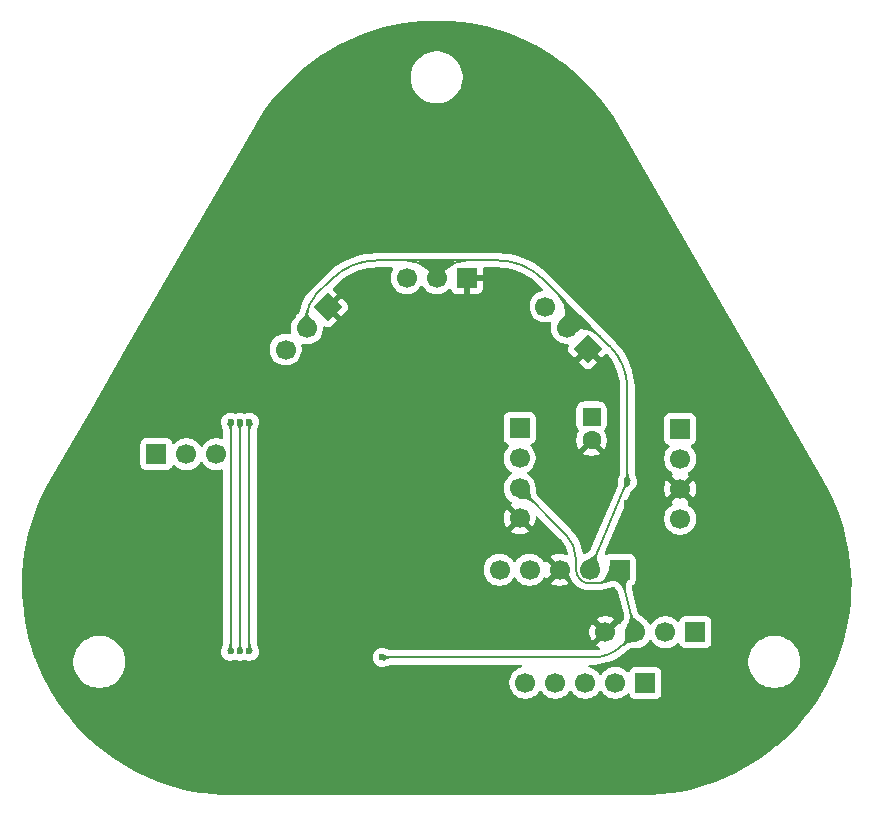
<source format=gbl>
%TF.GenerationSoftware,KiCad,Pcbnew,9.0.6*%
%TF.CreationDate,2026-02-04T04:17:41+01:00*%
%TF.ProjectId,lidar,6c696461-722e-46b6-9963-61645f706362,rev?*%
%TF.SameCoordinates,Original*%
%TF.FileFunction,Copper,L2,Bot*%
%TF.FilePolarity,Positive*%
%FSLAX46Y46*%
G04 Gerber Fmt 4.6, Leading zero omitted, Abs format (unit mm)*
G04 Created by KiCad (PCBNEW 9.0.6) date 2026-02-04 04:17:41*
%MOMM*%
%LPD*%
G01*
G04 APERTURE LIST*
G04 Aperture macros list*
%AMRoundRect*
0 Rectangle with rounded corners*
0 $1 Rounding radius*
0 $2 $3 $4 $5 $6 $7 $8 $9 X,Y pos of 4 corners*
0 Add a 4 corners polygon primitive as box body*
4,1,4,$2,$3,$4,$5,$6,$7,$8,$9,$2,$3,0*
0 Add four circle primitives for the rounded corners*
1,1,$1+$1,$2,$3*
1,1,$1+$1,$4,$5*
1,1,$1+$1,$6,$7*
1,1,$1+$1,$8,$9*
0 Add four rect primitives between the rounded corners*
20,1,$1+$1,$2,$3,$4,$5,0*
20,1,$1+$1,$4,$5,$6,$7,0*
20,1,$1+$1,$6,$7,$8,$9,0*
20,1,$1+$1,$8,$9,$2,$3,0*%
%AMRotRect*
0 Rectangle, with rotation*
0 The origin of the aperture is its center*
0 $1 length*
0 $2 width*
0 $3 Rotation angle, in degrees counterclockwise*
0 Add horizontal line*
21,1,$1,$2,0,0,$3*%
G04 Aperture macros list end*
%TA.AperFunction,Conductor*%
%ADD10C,0.200000*%
%TD*%
%TA.AperFunction,ComponentPad*%
%ADD11R,1.700000X1.700000*%
%TD*%
%TA.AperFunction,ComponentPad*%
%ADD12C,1.700000*%
%TD*%
%TA.AperFunction,ComponentPad*%
%ADD13RoundRect,0.250000X-0.550000X0.550000X-0.550000X-0.550000X0.550000X-0.550000X0.550000X0.550000X0*%
%TD*%
%TA.AperFunction,ComponentPad*%
%ADD14C,1.600000*%
%TD*%
%TA.AperFunction,ComponentPad*%
%ADD15RotRect,1.700000X1.700000X315.000000*%
%TD*%
%TA.AperFunction,ComponentPad*%
%ADD16RotRect,1.700000X1.700000X225.000000*%
%TD*%
%TA.AperFunction,ViaPad*%
%ADD17C,0.600000*%
%TD*%
G04 APERTURE END LIST*
D10*
%TO.N,5V*%
X150000000Y-83600000D02*
X148500000Y-82600000D01*
X151500000Y-82600000D01*
X150000000Y-83600000D01*
%TA.AperFunction,Conductor*%
G36*
X150000000Y-83600000D02*
G01*
X148500000Y-82600000D01*
X151500000Y-82600000D01*
X150000000Y-83600000D01*
G37*
%TD.AperFunction*%
X163100000Y-88300000D02*
X161200000Y-88000000D01*
X160900000Y-86100000D01*
X163100000Y-88300000D01*
%TA.AperFunction,Conductor*%
G36*
X163100000Y-88300000D02*
G01*
X161200000Y-88000000D01*
X160900000Y-86100000D01*
X163100000Y-88300000D01*
G37*
%TD.AperFunction*%
%TD*%
D11*
%TO.P,J8,1,Pin_1*%
%TO.N,RX1*%
X157020000Y-96710000D03*
D12*
%TO.P,J8,2,Pin_2*%
%TO.N,TX1*%
X157020000Y-99250000D03*
%TO.P,J8,3,Pin_3*%
%TO.N,3V3*%
X157020000Y-101790000D03*
%TO.P,J8,4,Pin_4*%
%TO.N,GND*%
X157020000Y-104330000D03*
%TD*%
D11*
%TO.P,G1,1,3V3*%
%TO.N,3V3*%
X165480000Y-108700000D03*
D12*
%TO.P,G1,2,5V*%
%TO.N,5V*%
X162940000Y-108700000D03*
%TO.P,G1,3,GND*%
%TO.N,GND*%
X160400000Y-108700000D03*
%TO.P,G1,4,SDA*%
%TO.N,SDA*%
X157860000Y-108700000D03*
%TO.P,G1,5,SCL*%
%TO.N,SCL*%
X155320000Y-108700000D03*
%TD*%
D13*
%TO.P,C5,1*%
%TO.N,Net-(J2-Pin_1)*%
X163100000Y-95747500D03*
D14*
%TO.P,C5,2*%
%TO.N,GND*%
X163100000Y-97747500D03*
%TD*%
D15*
%TO.P,J4,1,Pin_1*%
%TO.N,GND*%
X140796051Y-86460000D03*
D12*
%TO.P,J4,2,Pin_2*%
%TO.N,5V*%
X139000000Y-88256051D03*
%TO.P,J4,3,Pin_3*%
%TO.N,SERVO_A_PWM*%
X137203949Y-90052102D03*
%TD*%
D11*
%TO.P,J2,1,Pin_1*%
%TO.N,Net-(J2-Pin_1)*%
X170600000Y-96766250D03*
D12*
%TO.P,J2,2,Pin_2*%
%TO.N,Net-(J2-Pin_2)*%
X170600000Y-99306250D03*
%TO.P,J2,3,Pin_3*%
%TO.N,GND*%
X170600000Y-101846250D03*
%TO.P,J2,4,Pin_4*%
%TO.N,LIDAR_PWM*%
X170600000Y-104386250D03*
%TD*%
D11*
%TO.P,J7,1,Pin_1*%
%TO.N,DEBUG_0*%
X167660000Y-118270000D03*
D12*
%TO.P,J7,2,Pin_2*%
%TO.N,DEBUG_1*%
X165120000Y-118270000D03*
%TO.P,J7,3,Pin_3*%
%TO.N,DEBUG_2*%
X162580000Y-118270000D03*
%TO.P,J7,4,Pin_4*%
%TO.N,DEBUG_3*%
X160040000Y-118270000D03*
%TO.P,J7,5,Pin_5*%
%TO.N,DEBUG_4*%
X157500000Y-118270000D03*
%TD*%
D11*
%TO.P,J3,1,Pin_1*%
%TO.N,ADC0*%
X126260000Y-98910000D03*
D12*
%TO.P,J3,2,Pin_2*%
%TO.N,ADC1*%
X128800000Y-98910000D03*
%TO.P,J3,3,Pin_3*%
%TO.N,ADC2*%
X131340000Y-98910000D03*
%TD*%
D16*
%TO.P,J6,1,Pin_1*%
%TO.N,GND*%
X162796051Y-90000000D03*
D12*
%TO.P,J6,2,Pin_2*%
%TO.N,5V*%
X161000000Y-88203949D03*
%TO.P,J6,3,Pin_3*%
%TO.N,SERVO_C_PWM*%
X159203949Y-86407898D03*
%TD*%
D11*
%TO.P,J5,1,Pin_1*%
%TO.N,GND*%
X152540000Y-84000000D03*
D12*
%TO.P,J5,2,Pin_2*%
%TO.N,5V*%
X150000000Y-84000000D03*
%TO.P,J5,3,Pin_3*%
%TO.N,SERVO_B_PWM*%
X147460000Y-84000000D03*
%TD*%
D11*
%TO.P,J1,1,Pin_1*%
%TO.N,RX0*%
X171900000Y-113980000D03*
D12*
%TO.P,J1,2,Pin_2*%
%TO.N,TX0*%
X169360000Y-113980000D03*
%TO.P,J1,3,Pin_3*%
%TO.N,3V3*%
X166820000Y-113980000D03*
%TO.P,J1,4,Pin_4*%
%TO.N,GND*%
X164280000Y-113980000D03*
%TD*%
D17*
%TO.N,GND*%
X166130000Y-103063906D03*
X147632936Y-103800000D03*
X151023164Y-110251836D03*
X145937500Y-113562801D03*
X137800000Y-96137500D03*
X149000000Y-91700000D03*
X145700000Y-98624281D03*
X129081985Y-115944485D03*
X150596000Y-99750000D03*
%TO.N,3V3*%
X145379413Y-116120587D03*
%TO.N,5V*%
X166140000Y-101208750D03*
%TO.N,SERVO_A_PWM*%
X132537500Y-96200000D03*
X132537500Y-115600000D03*
%TO.N,SERVO_B_PWM*%
X133337500Y-96200000D03*
X133337500Y-115600000D03*
%TO.N,SERVO_C_PWM*%
X134137500Y-115600000D03*
X134137500Y-96200000D03*
%TD*%
D10*
%TO.N,3V3*%
X164904500Y-109275500D02*
X165480000Y-108700000D01*
X161789000Y-108700000D02*
X161789000Y-107867880D01*
X165749706Y-115050293D02*
X166820000Y-113980000D01*
X165480000Y-108700000D02*
X166820000Y-113980000D01*
X160863482Y-105633482D02*
X157020000Y-101790000D01*
X145379413Y-116120587D02*
X163165789Y-116120587D01*
X163515120Y-109851000D02*
X162939999Y-109851000D01*
X164904500Y-109275500D02*
G75*
G02*
X163515120Y-109851008I-1389400J1389400D01*
G01*
X161789000Y-108700000D02*
G75*
G03*
X162126120Y-109513880I1151000J0D01*
G01*
X160863482Y-105633482D02*
G75*
G02*
X161789019Y-107867880I-2234382J-2234418D01*
G01*
X165749706Y-115050293D02*
G75*
G02*
X163165789Y-116120586I-2583906J2583893D01*
G01*
X162126120Y-109513880D02*
G75*
G03*
X162939999Y-109851000I813880J813880D01*
G01*
%TO.N,5V*%
X139000000Y-87228025D02*
X139000000Y-88256051D01*
X162051974Y-88203949D02*
X161000000Y-88203949D01*
X161743858Y-86843858D02*
X162360090Y-87460090D01*
X160256141Y-85356141D02*
X161743858Y-86843858D01*
X150439339Y-82500000D02*
X149560660Y-82500000D01*
X150439339Y-82500000D02*
X152560660Y-82500000D01*
X161000000Y-87151974D02*
X161000000Y-88203949D01*
X166140000Y-93386812D02*
X166140000Y-101208750D01*
X166140000Y-101208750D02*
X162940000Y-108700000D01*
X162360090Y-87460090D02*
X163847807Y-88947807D01*
X152560660Y-82500000D02*
X155146036Y-82500000D01*
X141106206Y-84093792D02*
X139726923Y-85473076D01*
X163847807Y-88947807D02*
X164621974Y-89721974D01*
X147439339Y-82500000D02*
X149560660Y-82500000D01*
X144953963Y-82500000D02*
X147439339Y-82500000D01*
X160256141Y-85356141D02*
X158993792Y-84093792D01*
X163847807Y-88947807D02*
G75*
G03*
X162051974Y-88203955I-1795807J-1795793D01*
G01*
X144953963Y-82500000D02*
G75*
G03*
X141106215Y-84093801I37J-5441600D01*
G01*
X161743858Y-86843858D02*
G75*
G03*
X160999910Y-87151974I-308158J-308142D01*
G01*
X164621974Y-89721974D02*
G75*
G02*
X166139981Y-93386812I-3664874J-3664826D01*
G01*
X149250000Y-83250000D02*
G75*
G03*
X147439339Y-82499984I-1810700J-1810700D01*
G01*
X152560660Y-82500000D02*
G75*
G03*
X150750032Y-83250032I40J-2560600D01*
G01*
X149250000Y-83250000D02*
G75*
G03*
X150750000Y-83250000I750000J750001D01*
G01*
X162051974Y-88203949D02*
G75*
G03*
X162360111Y-87460069I26J435749D01*
G01*
X158993792Y-84093792D02*
G75*
G03*
X155146036Y-82499989I-3847792J-3847808D01*
G01*
X139726923Y-85473076D02*
G75*
G03*
X139000025Y-87228025I1754977J-1754924D01*
G01*
X150750000Y-83250000D02*
G75*
G03*
X150439339Y-82499904I-310700J310700D01*
G01*
X149560660Y-82500000D02*
G75*
G03*
X149250068Y-83249932I40J-439300D01*
G01*
X161000000Y-87151974D02*
G75*
G03*
X160256130Y-85356152I-2539700J-26D01*
G01*
%TO.N,SERVO_A_PWM*%
X132537500Y-96200000D02*
X132537500Y-115600000D01*
%TO.N,SERVO_B_PWM*%
X133337500Y-115600000D02*
X133337500Y-96200000D01*
%TO.N,SERVO_C_PWM*%
X134137500Y-115600000D02*
X134137500Y-96200000D01*
%TD*%
%TA.AperFunction,Conductor*%
%TO.N,SERVO_C_PWM*%
G36*
X134419632Y-96256078D02*
G01*
X134427061Y-96261078D01*
X134428780Y-96269866D01*
X134428638Y-96270481D01*
X134410138Y-96341875D01*
X134409678Y-96343279D01*
X134384035Y-96407495D01*
X134383238Y-96409115D01*
X134325669Y-96506384D01*
X134325414Y-96506795D01*
X134299520Y-96546690D01*
X134255163Y-96645480D01*
X134255162Y-96645481D01*
X134242208Y-96711005D01*
X134242208Y-96711010D01*
X134238124Y-96783197D01*
X134234236Y-96791263D01*
X134226443Y-96794236D01*
X134048394Y-96794236D01*
X134040121Y-96790809D01*
X134036724Y-96783369D01*
X134030300Y-96693426D01*
X134030300Y-96693425D01*
X134010964Y-96618223D01*
X133982883Y-96559116D01*
X133982882Y-96559115D01*
X133982881Y-96559112D01*
X133949577Y-96506787D01*
X133949352Y-96506420D01*
X133889384Y-96404068D01*
X133888579Y-96402404D01*
X133864260Y-96340047D01*
X133863834Y-96338727D01*
X133846324Y-96270457D01*
X133847588Y-96261594D01*
X133854750Y-96256219D01*
X133855318Y-96256088D01*
X134135182Y-96199469D01*
X134139818Y-96199469D01*
X134419632Y-96256078D01*
G37*
%TD.AperFunction*%
%TD*%
%TA.AperFunction,Conductor*%
%TO.N,5V*%
G36*
X165857826Y-101152581D02*
G01*
X166138072Y-101207377D01*
X166142353Y-101209151D01*
X166379179Y-101368515D01*
X166384130Y-101375977D01*
X166382354Y-101384754D01*
X166381976Y-101385283D01*
X166336858Y-101444899D01*
X166335860Y-101446052D01*
X166286856Y-101495754D01*
X166285441Y-101496977D01*
X166193291Y-101564507D01*
X166192882Y-101564793D01*
X166152609Y-101591744D01*
X166152598Y-101591753D01*
X166072946Y-101665212D01*
X166035377Y-101720217D01*
X166035376Y-101720218D01*
X166003434Y-101784612D01*
X165996688Y-101790501D01*
X165988357Y-101790172D01*
X165824626Y-101720232D01*
X165818364Y-101713831D01*
X165818165Y-101705648D01*
X165847656Y-101620431D01*
X165859543Y-101543825D01*
X165857086Y-101478582D01*
X165847139Y-101417321D01*
X165847086Y-101416954D01*
X165832420Y-101303084D01*
X165832327Y-101301323D01*
X165833857Y-101234056D01*
X165833972Y-101232665D01*
X165837589Y-101207376D01*
X165844020Y-101162409D01*
X165848584Y-101154707D01*
X165857259Y-101152486D01*
X165857826Y-101152581D01*
G37*
%TD.AperFunction*%
%TD*%
%TA.AperFunction,Conductor*%
%TO.N,SERVO_A_PWM*%
G36*
X132634879Y-115009191D02*
G01*
X132638276Y-115016631D01*
X132644699Y-115106572D01*
X132664034Y-115181770D01*
X132664034Y-115181772D01*
X132692118Y-115240886D01*
X132725422Y-115293211D01*
X132725647Y-115293578D01*
X132785614Y-115395930D01*
X132786419Y-115397594D01*
X132810735Y-115459939D01*
X132811168Y-115461283D01*
X132828675Y-115529540D01*
X132827411Y-115538405D01*
X132820249Y-115543780D01*
X132819662Y-115543915D01*
X132539820Y-115600530D01*
X132535180Y-115600530D01*
X132255367Y-115543921D01*
X132247938Y-115538921D01*
X132246219Y-115530133D01*
X132246356Y-115529540D01*
X132264866Y-115458105D01*
X132265314Y-115456737D01*
X132290967Y-115392496D01*
X132291757Y-115390889D01*
X132349352Y-115293578D01*
X132349569Y-115293227D01*
X132375478Y-115253310D01*
X132381057Y-115240886D01*
X132419836Y-115154518D01*
X132419837Y-115154517D01*
X132429316Y-115106574D01*
X132432792Y-115088989D01*
X132436876Y-115016803D01*
X132440764Y-115008737D01*
X132448557Y-115005764D01*
X132626606Y-115005764D01*
X132634879Y-115009191D01*
G37*
%TD.AperFunction*%
%TD*%
%TA.AperFunction,Conductor*%
%TO.N,3V3*%
G36*
X165998572Y-113816595D02*
G01*
X166048863Y-113826548D01*
X166813029Y-113977781D01*
X166820480Y-113982748D01*
X166822235Y-113986987D01*
X166983475Y-114801781D01*
X166981720Y-114810562D01*
X166974269Y-114815529D01*
X166973867Y-114815602D01*
X166840674Y-114837158D01*
X166839857Y-114837261D01*
X166712792Y-114848737D01*
X166711915Y-114848783D01*
X166583624Y-114850703D01*
X166497625Y-114851990D01*
X166497595Y-114851990D01*
X166497585Y-114851991D01*
X166295586Y-114857768D01*
X166153727Y-114890207D01*
X166081693Y-114921714D01*
X166005911Y-114966583D01*
X165917089Y-115033392D01*
X165827946Y-115114240D01*
X165819516Y-115117259D01*
X165811718Y-115113750D01*
X165776878Y-115078098D01*
X165687669Y-114986810D01*
X165684339Y-114978500D01*
X165687531Y-114970603D01*
X165771791Y-114881389D01*
X165840585Y-114792294D01*
X165889487Y-114709241D01*
X165921787Y-114629979D01*
X165940776Y-114552261D01*
X165949743Y-114473836D01*
X165950773Y-114305873D01*
X165953462Y-114064906D01*
X165953561Y-114063516D01*
X165984706Y-113826546D01*
X165989181Y-113818792D01*
X165997831Y-113816473D01*
X165998572Y-113816595D01*
G37*
%TD.AperFunction*%
%TD*%
%TA.AperFunction,Conductor*%
%TO.N,3V3*%
G36*
X157850483Y-101628295D02*
G01*
X157855450Y-101635746D01*
X157855535Y-101636224D01*
X157895384Y-101893245D01*
X157895478Y-101894028D01*
X157914086Y-102108767D01*
X157914099Y-102108921D01*
X157918315Y-102166417D01*
X157918318Y-102166441D01*
X157942886Y-102366072D01*
X157942889Y-102366087D01*
X157992085Y-102523474D01*
X157992085Y-102523475D01*
X158033507Y-102604748D01*
X158033510Y-102604752D01*
X158033513Y-102604758D01*
X158089491Y-102690373D01*
X158089493Y-102690376D01*
X158089500Y-102690386D01*
X158154129Y-102771073D01*
X158172792Y-102794373D01*
X158273479Y-102901557D01*
X158276645Y-102909932D01*
X158273224Y-102917840D01*
X158147834Y-103043230D01*
X158139561Y-103046657D01*
X158131557Y-103043491D01*
X158021815Y-102940565D01*
X158021809Y-102940559D01*
X158021801Y-102940553D01*
X158021797Y-102940549D01*
X157915721Y-102856140D01*
X157915718Y-102856138D01*
X157915712Y-102856133D01*
X157915707Y-102856129D01*
X157915699Y-102856124D01*
X157818139Y-102794096D01*
X157818133Y-102794093D01*
X157818130Y-102794091D01*
X157774315Y-102773465D01*
X157725658Y-102750559D01*
X157634898Y-102721667D01*
X157542475Y-102703546D01*
X157542463Y-102703544D01*
X157338925Y-102684099D01*
X157166231Y-102669942D01*
X157165470Y-102669854D01*
X156866316Y-102625468D01*
X156858635Y-102620864D01*
X156856460Y-102612178D01*
X156856556Y-102611624D01*
X156857916Y-102604755D01*
X157017772Y-101796977D01*
X157022739Y-101789527D01*
X157026977Y-101787772D01*
X157841704Y-101626540D01*
X157850483Y-101628295D01*
G37*
%TD.AperFunction*%
%TD*%
%TA.AperFunction,Conductor*%
%TO.N,3V3*%
G36*
X165488032Y-108707446D02*
G01*
X165489132Y-108708416D01*
X166312611Y-109532596D01*
X166316034Y-109540871D01*
X166312604Y-109549143D01*
X166305793Y-109552475D01*
X166274645Y-109556390D01*
X166228778Y-109572707D01*
X166228768Y-109572712D01*
X166181109Y-109602804D01*
X166181106Y-109602806D01*
X166139224Y-109643363D01*
X166139223Y-109643365D01*
X166094983Y-109705786D01*
X166094979Y-109705793D01*
X166058867Y-109778774D01*
X166058862Y-109778787D01*
X166024816Y-109879033D01*
X166024815Y-109879036D01*
X166001702Y-109985053D01*
X166001699Y-109985068D01*
X166001698Y-109985075D01*
X165988132Y-110098840D01*
X165988132Y-110098845D01*
X165988131Y-110098854D01*
X165985259Y-110205562D01*
X166000573Y-110339124D01*
X165998111Y-110347734D01*
X165991827Y-110351797D01*
X165818027Y-110395905D01*
X165809165Y-110394619D01*
X165804199Y-110388685D01*
X165759033Y-110268597D01*
X165706190Y-110172059D01*
X165706185Y-110172051D01*
X165639578Y-110072961D01*
X165639575Y-110072957D01*
X165477712Y-109884970D01*
X165477697Y-109884956D01*
X165300974Y-109733515D01*
X165300968Y-109733510D01*
X165127818Y-109628574D01*
X164966539Y-109568950D01*
X164839090Y-109552605D01*
X164831320Y-109548154D01*
X164828973Y-109539512D01*
X164831336Y-109533826D01*
X165471617Y-108709507D01*
X165479396Y-108705077D01*
X165488032Y-108707446D01*
G37*
%TD.AperFunction*%
%TD*%
%TA.AperFunction,Conductor*%
%TO.N,3V3*%
G36*
X166498596Y-112319047D02*
G01*
X166503823Y-112325755D01*
X166544833Y-112463175D01*
X166594827Y-112585532D01*
X166594830Y-112585537D01*
X166650238Y-112686045D01*
X166650239Y-112686047D01*
X166710730Y-112768739D01*
X166740682Y-112800364D01*
X166775952Y-112837605D01*
X166845562Y-112896656D01*
X166845571Y-112896662D01*
X166996492Y-113001278D01*
X166996605Y-113001357D01*
X167206624Y-113150607D01*
X167207896Y-113151653D01*
X167369366Y-113304734D01*
X167370280Y-113305706D01*
X167447458Y-113397712D01*
X167447988Y-113398394D01*
X167519675Y-113497942D01*
X167521729Y-113506658D01*
X167517018Y-113514273D01*
X167516692Y-113514500D01*
X166824284Y-113978263D01*
X166815503Y-113980020D01*
X166815478Y-113980015D01*
X165998329Y-113816572D01*
X165990889Y-113811589D01*
X165989151Y-113802804D01*
X165989259Y-113802317D01*
X166034254Y-113620068D01*
X166034551Y-113619067D01*
X166090271Y-113459231D01*
X166090722Y-113458126D01*
X166209660Y-113205469D01*
X166209771Y-113205243D01*
X166237315Y-113151475D01*
X166313652Y-112978467D01*
X166351396Y-112817498D01*
X166355412Y-112757155D01*
X166357418Y-112727030D01*
X166357418Y-112727021D01*
X166353521Y-112625705D01*
X166353521Y-112625700D01*
X166337166Y-112503830D01*
X166309165Y-112375246D01*
X166310753Y-112366433D01*
X166317717Y-112361416D01*
X166489734Y-112317761D01*
X166498596Y-112319047D01*
G37*
%TD.AperFunction*%
%TD*%
%TA.AperFunction,Conductor*%
%TO.N,5V*%
G36*
X161481737Y-87504037D02*
G01*
X161482041Y-87504248D01*
X161696265Y-87658226D01*
X161696777Y-87658616D01*
X161821318Y-87759665D01*
X161858043Y-87789462D01*
X161858158Y-87789557D01*
X161891851Y-87817613D01*
X162022918Y-87916965D01*
X162063056Y-87947391D01*
X162098972Y-87968534D01*
X162150382Y-87998801D01*
X162217318Y-88030445D01*
X162253398Y-88047503D01*
X162253400Y-88047503D01*
X162253407Y-88047507D01*
X162394905Y-88100227D01*
X162562974Y-88150023D01*
X162569933Y-88155659D01*
X162570951Y-88164269D01*
X162525005Y-88335747D01*
X162519554Y-88342851D01*
X162511300Y-88344169D01*
X162391724Y-88319064D01*
X162281791Y-88311629D01*
X162281785Y-88311630D01*
X162188605Y-88322152D01*
X162108483Y-88348642D01*
X162037710Y-88389111D01*
X161972592Y-88441563D01*
X161972589Y-88441566D01*
X161844463Y-88574481D01*
X161844403Y-88574543D01*
X161655018Y-88768103D01*
X161653847Y-88769149D01*
X161482154Y-88902966D01*
X161473522Y-88905349D01*
X161465734Y-88900930D01*
X161465239Y-88900246D01*
X161123136Y-88389111D01*
X161003391Y-88210200D01*
X161001638Y-88201419D01*
X161003392Y-88197184D01*
X161465506Y-87507246D01*
X161472956Y-87502280D01*
X161481737Y-87504037D01*
G37*
%TD.AperFunction*%
%TD*%
%TA.AperFunction,Conductor*%
%TO.N,SERVO_C_PWM*%
G36*
X134234879Y-115009191D02*
G01*
X134238276Y-115016631D01*
X134244699Y-115106572D01*
X134264034Y-115181770D01*
X134264034Y-115181772D01*
X134292118Y-115240886D01*
X134325422Y-115293211D01*
X134325647Y-115293578D01*
X134385614Y-115395930D01*
X134386419Y-115397594D01*
X134410735Y-115459939D01*
X134411168Y-115461283D01*
X134428675Y-115529540D01*
X134427411Y-115538405D01*
X134420249Y-115543780D01*
X134419662Y-115543915D01*
X134139820Y-115600530D01*
X134135180Y-115600530D01*
X133855367Y-115543921D01*
X133847938Y-115538921D01*
X133846219Y-115530133D01*
X133846356Y-115529540D01*
X133864866Y-115458105D01*
X133865314Y-115456737D01*
X133890967Y-115392496D01*
X133891757Y-115390889D01*
X133949352Y-115293578D01*
X133949569Y-115293227D01*
X133975478Y-115253310D01*
X133981057Y-115240886D01*
X134019836Y-115154518D01*
X134019837Y-115154517D01*
X134029316Y-115106574D01*
X134032792Y-115088989D01*
X134036876Y-115016803D01*
X134040764Y-115008737D01*
X134048557Y-115005764D01*
X134226606Y-115005764D01*
X134234879Y-115009191D01*
G37*
%TD.AperFunction*%
%TD*%
%TA.AperFunction,Conductor*%
%TO.N,5V*%
G36*
X161048610Y-86634142D02*
G01*
X161053923Y-86640772D01*
X161131906Y-86889289D01*
X161131906Y-86889290D01*
X161131909Y-86889296D01*
X161214974Y-87071895D01*
X161214977Y-87071899D01*
X161306779Y-87212508D01*
X161414309Y-87345735D01*
X161502226Y-87452567D01*
X161502629Y-87453087D01*
X161699529Y-87721859D01*
X161699537Y-87721869D01*
X161701662Y-87730568D01*
X161697013Y-87738221D01*
X161696610Y-87738504D01*
X161006766Y-88200554D01*
X160997985Y-88202311D01*
X160993747Y-88200556D01*
X160303423Y-87738522D01*
X160298454Y-87731073D01*
X160300208Y-87722291D01*
X160300511Y-87721859D01*
X160378923Y-87615424D01*
X160379533Y-87614667D01*
X160465068Y-87517279D01*
X160465745Y-87516571D01*
X160629390Y-87359527D01*
X160746340Y-87248479D01*
X160831908Y-87139783D01*
X160879025Y-87026754D01*
X160890168Y-86959869D01*
X160891682Y-86884395D01*
X160881332Y-86790196D01*
X160881329Y-86790184D01*
X160881329Y-86790179D01*
X160868903Y-86733964D01*
X160859797Y-86692763D01*
X160861357Y-86683947D01*
X160868192Y-86678939D01*
X161039734Y-86632974D01*
X161048610Y-86634142D01*
G37*
%TD.AperFunction*%
%TD*%
%TA.AperFunction,Conductor*%
%TO.N,SERVO_B_PWM*%
G36*
X133434879Y-115009191D02*
G01*
X133438276Y-115016631D01*
X133444699Y-115106572D01*
X133464034Y-115181770D01*
X133464034Y-115181772D01*
X133492118Y-115240886D01*
X133525422Y-115293211D01*
X133525647Y-115293578D01*
X133585614Y-115395930D01*
X133586419Y-115397594D01*
X133610735Y-115459939D01*
X133611168Y-115461283D01*
X133628675Y-115529540D01*
X133627411Y-115538405D01*
X133620249Y-115543780D01*
X133619662Y-115543915D01*
X133339820Y-115600530D01*
X133335180Y-115600530D01*
X133055367Y-115543921D01*
X133047938Y-115538921D01*
X133046219Y-115530133D01*
X133046356Y-115529540D01*
X133064866Y-115458105D01*
X133065314Y-115456737D01*
X133090967Y-115392496D01*
X133091757Y-115390889D01*
X133149352Y-115293578D01*
X133149569Y-115293227D01*
X133175478Y-115253310D01*
X133181057Y-115240886D01*
X133219836Y-115154518D01*
X133219837Y-115154517D01*
X133229316Y-115106574D01*
X133232792Y-115088989D01*
X133236876Y-115016803D01*
X133240764Y-115008737D01*
X133248557Y-115005764D01*
X133426606Y-115005764D01*
X133434879Y-115009191D01*
G37*
%TD.AperFunction*%
%TD*%
%TA.AperFunction,Conductor*%
%TO.N,3V3*%
G36*
X164645700Y-108261039D02*
G01*
X165088491Y-108493665D01*
X165476693Y-108697612D01*
X165482423Y-108704494D01*
X165482427Y-108704509D01*
X165739490Y-109534597D01*
X165738664Y-109543513D01*
X165731775Y-109549234D01*
X165728138Y-109549757D01*
X165640063Y-109548435D01*
X165441352Y-109557224D01*
X165441334Y-109557226D01*
X165229075Y-109579086D01*
X165229056Y-109579088D01*
X164973004Y-109618249D01*
X164714872Y-109669279D01*
X164456023Y-109730992D01*
X164213674Y-109798675D01*
X163870323Y-109917154D01*
X163861385Y-109916613D01*
X163855447Y-109909910D01*
X163854907Y-109907621D01*
X163831841Y-109732430D01*
X163834159Y-109723781D01*
X163838136Y-109720475D01*
X163838325Y-109720379D01*
X163915639Y-109681052D01*
X163992735Y-109628876D01*
X164076101Y-109558142D01*
X164157295Y-109474574D01*
X164239056Y-109374585D01*
X164316170Y-109263542D01*
X164451779Y-109014730D01*
X164551679Y-108751643D01*
X164551679Y-108751641D01*
X164551680Y-108751641D01*
X164610895Y-108493665D01*
X164610897Y-108493658D01*
X164628597Y-108270471D01*
X164632667Y-108262497D01*
X164641185Y-108259735D01*
X164645700Y-108261039D01*
G37*
%TD.AperFunction*%
%TD*%
%TA.AperFunction,Conductor*%
%TO.N,3V3*%
G36*
X145449872Y-115829443D02*
G01*
X145521302Y-115847952D01*
X145522679Y-115848403D01*
X145586908Y-115874051D01*
X145588528Y-115874848D01*
X145685797Y-115932417D01*
X145686206Y-115932670D01*
X145726103Y-115958565D01*
X145726107Y-115958567D01*
X145726106Y-115958567D01*
X145824894Y-116002923D01*
X145824895Y-116002924D01*
X145824898Y-116002924D01*
X145824899Y-116002925D01*
X145890424Y-116015879D01*
X145962611Y-116019962D01*
X145970676Y-116023850D01*
X145973649Y-116031643D01*
X145973649Y-116209693D01*
X145970222Y-116217966D01*
X145962782Y-116221363D01*
X145872839Y-116227786D01*
X145797641Y-116247121D01*
X145797639Y-116247121D01*
X145738525Y-116275205D01*
X145686200Y-116308509D01*
X145685833Y-116308734D01*
X145583482Y-116368701D01*
X145581818Y-116369506D01*
X145519473Y-116393822D01*
X145518129Y-116394255D01*
X145449872Y-116411762D01*
X145441007Y-116410498D01*
X145435632Y-116403336D01*
X145435497Y-116402749D01*
X145428772Y-116369506D01*
X145378882Y-116122905D01*
X145378882Y-116118267D01*
X145398770Y-116019962D01*
X145435491Y-115838453D01*
X145440491Y-115831025D01*
X145449279Y-115829306D01*
X145449872Y-115829443D01*
G37*
%TD.AperFunction*%
%TD*%
%TA.AperFunction,Conductor*%
%TO.N,SERVO_A_PWM*%
G36*
X132819632Y-96256078D02*
G01*
X132827061Y-96261078D01*
X132828780Y-96269866D01*
X132828638Y-96270481D01*
X132810138Y-96341875D01*
X132809678Y-96343279D01*
X132784035Y-96407495D01*
X132783238Y-96409115D01*
X132725669Y-96506384D01*
X132725414Y-96506795D01*
X132699520Y-96546690D01*
X132655163Y-96645480D01*
X132655162Y-96645481D01*
X132642208Y-96711005D01*
X132642208Y-96711010D01*
X132638124Y-96783197D01*
X132634236Y-96791263D01*
X132626443Y-96794236D01*
X132448394Y-96794236D01*
X132440121Y-96790809D01*
X132436724Y-96783369D01*
X132430300Y-96693426D01*
X132430300Y-96693425D01*
X132410964Y-96618223D01*
X132382883Y-96559116D01*
X132382882Y-96559115D01*
X132382881Y-96559112D01*
X132349577Y-96506787D01*
X132349352Y-96506420D01*
X132289384Y-96404068D01*
X132288579Y-96402404D01*
X132264260Y-96340047D01*
X132263834Y-96338727D01*
X132246324Y-96270457D01*
X132247588Y-96261594D01*
X132254750Y-96256219D01*
X132255318Y-96256088D01*
X132535182Y-96199469D01*
X132539818Y-96199469D01*
X132819632Y-96256078D01*
G37*
%TD.AperFunction*%
%TD*%
%TA.AperFunction,Conductor*%
%TO.N,GND*%
G36*
X150411555Y-62205721D02*
G01*
X150417242Y-62205854D01*
X151238975Y-62244138D01*
X151244723Y-62244540D01*
X152063740Y-62321009D01*
X152069424Y-62321674D01*
X152884023Y-62436170D01*
X152889682Y-62437100D01*
X153698078Y-62589373D01*
X153703657Y-62590559D01*
X154504101Y-62780279D01*
X154509621Y-62781724D01*
X155300375Y-63008481D01*
X155305831Y-63010183D01*
X156085175Y-63273484D01*
X156090549Y-63275440D01*
X156856293Y-63574516D01*
X156856767Y-63574701D01*
X156862087Y-63576923D01*
X157613554Y-63911510D01*
X157618716Y-63913954D01*
X158353852Y-64283166D01*
X158358897Y-64285849D01*
X159075554Y-64688580D01*
X159075999Y-64688830D01*
X159080958Y-64691771D01*
X159778538Y-65127681D01*
X159783322Y-65130827D01*
X160459885Y-65598733D01*
X160464544Y-65602119D01*
X160986522Y-66000251D01*
X161118578Y-66100975D01*
X161123084Y-66104581D01*
X161677471Y-66569780D01*
X161753190Y-66633317D01*
X161757523Y-66637128D01*
X162362359Y-67194619D01*
X162366510Y-67198628D01*
X162944738Y-67783641D01*
X162948698Y-67787838D01*
X163499087Y-68399125D01*
X163502848Y-68403502D01*
X164024224Y-69039762D01*
X164027776Y-69044310D01*
X164518949Y-69704089D01*
X164522286Y-69708795D01*
X164982278Y-70390783D01*
X164985374Y-70395613D01*
X165413875Y-71099475D01*
X165415334Y-71101935D01*
X165434545Y-71135210D01*
X165434547Y-71135211D01*
X165441698Y-71147596D01*
X165441698Y-71147597D01*
X182715421Y-101065713D01*
X182715422Y-101065715D01*
X182734619Y-101098965D01*
X182736032Y-101101479D01*
X183131350Y-101824517D01*
X183134000Y-101829644D01*
X183494598Y-102568956D01*
X183497006Y-102574200D01*
X183822809Y-103329472D01*
X183824971Y-103334822D01*
X184115287Y-104104444D01*
X184117198Y-104109889D01*
X184371399Y-104892204D01*
X184373054Y-104897733D01*
X184590576Y-105691006D01*
X184591972Y-105696605D01*
X184772352Y-106499144D01*
X184773486Y-106504802D01*
X184916331Y-107314856D01*
X184917201Y-107320561D01*
X185022206Y-108136405D01*
X185022809Y-108142144D01*
X185089743Y-108961984D01*
X185090078Y-108967745D01*
X185118794Y-109789775D01*
X185118862Y-109795545D01*
X185109301Y-110618082D01*
X185109099Y-110623849D01*
X185061283Y-111444994D01*
X185060814Y-111450746D01*
X184974841Y-112268823D01*
X184974104Y-112274546D01*
X184850169Y-113087701D01*
X184849167Y-113093384D01*
X184687531Y-113899905D01*
X184686266Y-113905536D01*
X184487278Y-114703676D01*
X184485752Y-114709241D01*
X184249851Y-115497243D01*
X184248068Y-115502731D01*
X183975756Y-116278915D01*
X183973719Y-116284315D01*
X183665599Y-117046968D01*
X183663314Y-117052267D01*
X183320025Y-117799799D01*
X183317495Y-117804985D01*
X182939824Y-118535691D01*
X182937056Y-118540755D01*
X182525776Y-119253131D01*
X182522775Y-119258060D01*
X182078807Y-119950517D01*
X182075580Y-119955301D01*
X181599877Y-120626350D01*
X181596431Y-120630979D01*
X181090022Y-121279171D01*
X181086365Y-121283634D01*
X180550341Y-121907569D01*
X180546479Y-121911858D01*
X179982018Y-122510167D01*
X179977962Y-122514271D01*
X179386265Y-123085680D01*
X179382022Y-123089591D01*
X178764373Y-123632860D01*
X178759952Y-123636569D01*
X178117725Y-124150490D01*
X178113137Y-124153990D01*
X177447671Y-124637493D01*
X177442924Y-124640776D01*
X176755697Y-125092784D01*
X176750804Y-125095842D01*
X176043274Y-125515399D01*
X176038243Y-125518226D01*
X175311972Y-125904403D01*
X175306815Y-125906993D01*
X174563356Y-126258965D01*
X174558084Y-126261312D01*
X173799061Y-126578311D01*
X173793686Y-126580410D01*
X173020740Y-126861750D01*
X173015273Y-126863597D01*
X172230076Y-127108671D01*
X172224529Y-127110262D01*
X171428770Y-127318542D01*
X171423154Y-127319873D01*
X170618563Y-127490904D01*
X170612893Y-127491972D01*
X169801223Y-127625384D01*
X169795508Y-127626187D01*
X168978527Y-127721689D01*
X168972781Y-127722226D01*
X168152202Y-127779617D01*
X168146438Y-127779885D01*
X167322635Y-127799070D01*
X167320682Y-127799100D01*
X167320147Y-127799104D01*
X167281345Y-127799105D01*
X167280628Y-127799401D01*
X167268082Y-127799496D01*
X167267852Y-127799430D01*
X167267148Y-127799500D01*
X132680424Y-127799500D01*
X132677539Y-127799466D01*
X132675992Y-127799430D01*
X132661943Y-127799103D01*
X131853769Y-127780292D01*
X131848004Y-127780024D01*
X131027425Y-127722643D01*
X131021680Y-127722107D01*
X130204639Y-127626610D01*
X130198924Y-127625806D01*
X130196356Y-127625384D01*
X130130718Y-127614596D01*
X129387256Y-127492405D01*
X129381585Y-127491337D01*
X128576994Y-127320316D01*
X128571379Y-127318985D01*
X127775580Y-127110706D01*
X127770033Y-127109116D01*
X126984816Y-126864047D01*
X126979349Y-126862200D01*
X126206391Y-126580867D01*
X126201015Y-126578768D01*
X125441946Y-126261761D01*
X125436674Y-126259413D01*
X124693203Y-125907447D01*
X124688067Y-125904867D01*
X123961774Y-125518690D01*
X123956750Y-125515868D01*
X123249193Y-125096309D01*
X123244299Y-125093251D01*
X122557031Y-124641229D01*
X122552285Y-124637946D01*
X121886832Y-124154465D01*
X121882243Y-124150966D01*
X121239948Y-123637005D01*
X121235528Y-123633295D01*
X120617892Y-123090053D01*
X120613648Y-123086142D01*
X120021921Y-122514719D01*
X120017865Y-122510615D01*
X119453394Y-121912310D01*
X119449532Y-121908022D01*
X119089250Y-121488663D01*
X118913456Y-121284044D01*
X118909825Y-121279611D01*
X118403389Y-120631404D01*
X118399945Y-120626778D01*
X117924224Y-119955722D01*
X117920997Y-119950938D01*
X117920727Y-119950517D01*
X117477002Y-119258461D01*
X117474008Y-119253543D01*
X117458962Y-119227483D01*
X117172693Y-118731650D01*
X117062716Y-118541164D01*
X117059948Y-118536101D01*
X116759076Y-117954004D01*
X116682243Y-117805357D01*
X116679719Y-117800181D01*
X116657403Y-117751588D01*
X116336418Y-117052649D01*
X116334139Y-117047366D01*
X116333978Y-117046968D01*
X116165868Y-116630879D01*
X116071845Y-116398164D01*
X116054720Y-116355778D01*
X119220500Y-116355778D01*
X119220500Y-116644221D01*
X119220501Y-116644238D01*
X119258149Y-116930206D01*
X119258150Y-116930211D01*
X119258151Y-116930217D01*
X119324456Y-117177671D01*
X119332809Y-117208844D01*
X119332814Y-117208860D01*
X119443191Y-117475336D01*
X119443199Y-117475352D01*
X119587420Y-117725148D01*
X119587431Y-117725164D01*
X119763024Y-117954002D01*
X119763030Y-117954009D01*
X119966990Y-118157969D01*
X119966997Y-118157975D01*
X120106375Y-118264923D01*
X120195844Y-118333575D01*
X120195851Y-118333579D01*
X120445647Y-118477800D01*
X120445663Y-118477808D01*
X120712139Y-118588185D01*
X120712145Y-118588186D01*
X120712155Y-118588191D01*
X120990783Y-118662849D01*
X121276772Y-118700500D01*
X121276779Y-118700500D01*
X121565221Y-118700500D01*
X121565228Y-118700500D01*
X121851217Y-118662849D01*
X122129845Y-118588191D01*
X122129857Y-118588185D01*
X122129860Y-118588185D01*
X122396336Y-118477808D01*
X122396339Y-118477806D01*
X122396345Y-118477804D01*
X122646156Y-118333575D01*
X122875004Y-118157974D01*
X123078974Y-117954004D01*
X123254575Y-117725156D01*
X123398804Y-117475345D01*
X123440542Y-117374581D01*
X123509185Y-117208860D01*
X123509185Y-117208857D01*
X123509191Y-117208845D01*
X123583849Y-116930217D01*
X123621500Y-116644228D01*
X123621500Y-116355772D01*
X123583849Y-116069783D01*
X123509191Y-115791155D01*
X123509186Y-115791145D01*
X123509185Y-115791139D01*
X123398808Y-115524663D01*
X123398800Y-115524647D01*
X123254579Y-115274851D01*
X123254575Y-115274844D01*
X123172491Y-115167870D01*
X123078975Y-115045997D01*
X123078969Y-115045990D01*
X122875009Y-114842030D01*
X122875002Y-114842024D01*
X122646164Y-114666431D01*
X122646162Y-114666429D01*
X122646156Y-114666425D01*
X122646151Y-114666422D01*
X122646148Y-114666420D01*
X122396352Y-114522199D01*
X122396336Y-114522191D01*
X122129860Y-114411814D01*
X122129848Y-114411810D01*
X122129845Y-114411809D01*
X121851217Y-114337151D01*
X121851211Y-114337150D01*
X121851206Y-114337149D01*
X121565238Y-114299501D01*
X121565233Y-114299500D01*
X121565228Y-114299500D01*
X121276772Y-114299500D01*
X121276766Y-114299500D01*
X121276761Y-114299501D01*
X120990793Y-114337149D01*
X120990786Y-114337150D01*
X120990783Y-114337151D01*
X120830499Y-114380099D01*
X120712155Y-114411809D01*
X120712139Y-114411814D01*
X120445663Y-114522191D01*
X120445647Y-114522199D01*
X120195851Y-114666420D01*
X120195835Y-114666431D01*
X119966997Y-114842024D01*
X119966990Y-114842030D01*
X119763030Y-115045990D01*
X119763024Y-115045997D01*
X119587431Y-115274835D01*
X119587420Y-115274851D01*
X119443199Y-115524647D01*
X119443191Y-115524663D01*
X119332814Y-115791139D01*
X119332809Y-115791155D01*
X119297865Y-115921570D01*
X119258152Y-116069780D01*
X119258149Y-116069793D01*
X119220501Y-116355761D01*
X119220500Y-116355778D01*
X116054720Y-116355778D01*
X116025990Y-116284669D01*
X116023954Y-116279270D01*
X115751636Y-115503105D01*
X115749852Y-115497617D01*
X115709957Y-115364358D01*
X115513920Y-114709551D01*
X115512407Y-114704034D01*
X115313396Y-113905846D01*
X115312135Y-113900232D01*
X115150478Y-113093665D01*
X115149488Y-113088050D01*
X115025530Y-112274830D01*
X115024795Y-112269118D01*
X115015555Y-112181205D01*
X114938807Y-111451003D01*
X114938340Y-111445273D01*
X114902424Y-110828626D01*
X114890511Y-110624085D01*
X114890310Y-110618367D01*
X114880738Y-109795772D01*
X114880806Y-109790018D01*
X114909513Y-108967930D01*
X114909843Y-108962249D01*
X114976773Y-108142311D01*
X114977367Y-108136650D01*
X115082373Y-107320712D01*
X115083232Y-107315079D01*
X115226081Y-106504933D01*
X115227198Y-106499356D01*
X115407585Y-105696738D01*
X115408977Y-105691157D01*
X115409019Y-105691006D01*
X115626497Y-104897846D01*
X115628150Y-104892326D01*
X115648401Y-104830000D01*
X115882351Y-104109969D01*
X115884230Y-104104613D01*
X116174575Y-103334881D01*
X116176708Y-103329600D01*
X116502545Y-102574222D01*
X116504935Y-102569021D01*
X116865536Y-101829679D01*
X116868185Y-101824553D01*
X116868205Y-101824517D01*
X117255367Y-101116365D01*
X117256691Y-101114010D01*
X119047610Y-98012135D01*
X124909500Y-98012135D01*
X124909500Y-99807870D01*
X124909501Y-99807876D01*
X124915908Y-99867483D01*
X124966202Y-100002328D01*
X124966206Y-100002335D01*
X125052452Y-100117544D01*
X125052455Y-100117547D01*
X125167664Y-100203793D01*
X125167671Y-100203797D01*
X125302517Y-100254091D01*
X125302516Y-100254091D01*
X125309444Y-100254835D01*
X125362127Y-100260500D01*
X127157872Y-100260499D01*
X127217483Y-100254091D01*
X127352331Y-100203796D01*
X127467546Y-100117546D01*
X127553796Y-100002331D01*
X127602810Y-99870916D01*
X127644681Y-99814984D01*
X127710145Y-99790566D01*
X127778418Y-99805417D01*
X127806673Y-99826569D01*
X127920213Y-99940109D01*
X128092179Y-100065048D01*
X128092181Y-100065049D01*
X128092184Y-100065051D01*
X128281588Y-100161557D01*
X128483757Y-100227246D01*
X128693713Y-100260500D01*
X128693714Y-100260500D01*
X128906286Y-100260500D01*
X128906287Y-100260500D01*
X129116243Y-100227246D01*
X129318412Y-100161557D01*
X129507816Y-100065051D01*
X129577986Y-100014070D01*
X129679786Y-99940109D01*
X129679788Y-99940106D01*
X129679792Y-99940104D01*
X129830104Y-99789792D01*
X129830106Y-99789788D01*
X129830109Y-99789786D01*
X129955048Y-99617820D01*
X129955047Y-99617820D01*
X129955051Y-99617816D01*
X129959514Y-99609054D01*
X130007488Y-99558259D01*
X130075308Y-99541463D01*
X130141444Y-99563999D01*
X130180486Y-99609056D01*
X130184951Y-99617820D01*
X130309890Y-99789786D01*
X130460213Y-99940109D01*
X130632179Y-100065048D01*
X130632181Y-100065049D01*
X130632184Y-100065051D01*
X130821588Y-100161557D01*
X131023757Y-100227246D01*
X131233713Y-100260500D01*
X131233714Y-100260500D01*
X131446286Y-100260500D01*
X131446287Y-100260500D01*
X131656243Y-100227246D01*
X131774684Y-100188761D01*
X131844523Y-100186767D01*
X131904356Y-100222847D01*
X131935184Y-100285548D01*
X131937000Y-100306693D01*
X131937000Y-114952003D01*
X131934712Y-114975715D01*
X131934635Y-114976108D01*
X131932183Y-114988249D01*
X131932147Y-114988878D01*
X131931249Y-114993490D01*
X131926712Y-115002246D01*
X131915640Y-115033951D01*
X131914325Y-115036124D01*
X131856741Y-115133417D01*
X131838113Y-115167870D01*
X131837316Y-115169491D01*
X131821516Y-115205022D01*
X131795860Y-115269270D01*
X131784920Y-115299408D01*
X131784467Y-115300789D01*
X131775526Y-115331310D01*
X131757020Y-115402730D01*
X131753825Y-115415765D01*
X131753692Y-115416344D01*
X131753690Y-115416355D01*
X131742876Y-115483483D01*
X131742742Y-115485931D01*
X131740547Y-115503321D01*
X131737000Y-115521157D01*
X131737000Y-115678846D01*
X131767761Y-115833489D01*
X131767764Y-115833501D01*
X131828102Y-115979172D01*
X131828109Y-115979185D01*
X131915710Y-116110288D01*
X131915713Y-116110292D01*
X132027207Y-116221786D01*
X132027211Y-116221789D01*
X132158314Y-116309390D01*
X132158327Y-116309397D01*
X132303998Y-116369735D01*
X132304003Y-116369737D01*
X132446914Y-116398164D01*
X132458653Y-116400499D01*
X132458656Y-116400500D01*
X132458658Y-116400500D01*
X132616344Y-116400500D01*
X132616345Y-116400499D01*
X132770997Y-116369737D01*
X132890048Y-116320425D01*
X132959517Y-116312956D01*
X132984952Y-116320425D01*
X133070288Y-116355772D01*
X133104003Y-116369737D01*
X133246914Y-116398164D01*
X133258653Y-116400499D01*
X133258656Y-116400500D01*
X133258658Y-116400500D01*
X133416344Y-116400500D01*
X133416345Y-116400499D01*
X133570997Y-116369737D01*
X133690048Y-116320425D01*
X133759517Y-116312956D01*
X133784952Y-116320425D01*
X133870288Y-116355772D01*
X133904003Y-116369737D01*
X134046914Y-116398164D01*
X134058653Y-116400499D01*
X134058656Y-116400500D01*
X134058658Y-116400500D01*
X134216344Y-116400500D01*
X134216345Y-116400499D01*
X134370997Y-116369737D01*
X134516679Y-116309394D01*
X134647789Y-116221789D01*
X134759289Y-116110289D01*
X134846894Y-115979179D01*
X134907237Y-115833497D01*
X134938000Y-115678842D01*
X134938000Y-115521158D01*
X134923774Y-115449643D01*
X134922120Y-115438862D01*
X134918327Y-115403954D01*
X134914065Y-115387339D01*
X134900819Y-115335694D01*
X134892314Y-115306271D01*
X134891881Y-115304927D01*
X134881683Y-115276258D01*
X134857367Y-115213913D01*
X134841467Y-115177454D01*
X134840662Y-115175790D01*
X134821768Y-115140392D01*
X134817682Y-115133418D01*
X134761808Y-115038051D01*
X134759756Y-115034628D01*
X134756222Y-115024067D01*
X134751488Y-115018177D01*
X134744926Y-114990309D01*
X134742804Y-114983968D01*
X134742580Y-114981864D01*
X134742492Y-114980623D01*
X134738693Y-114945253D01*
X134738699Y-114945219D01*
X134738000Y-114932160D01*
X134738000Y-96847992D01*
X134740287Y-96824285D01*
X134740352Y-96823948D01*
X134742817Y-96811748D01*
X134742852Y-96811111D01*
X134743750Y-96806506D01*
X134748329Y-96797666D01*
X134759422Y-96765937D01*
X134760687Y-96763851D01*
X134818256Y-96666582D01*
X134836818Y-96632265D01*
X134837615Y-96630645D01*
X134853489Y-96594959D01*
X134879132Y-96530743D01*
X134890052Y-96500667D01*
X134890512Y-96499263D01*
X134899476Y-96468675D01*
X134917976Y-96397281D01*
X134921179Y-96384206D01*
X134921321Y-96383591D01*
X134932122Y-96316523D01*
X134932121Y-96316506D01*
X134932253Y-96314106D01*
X134934450Y-96296685D01*
X134938000Y-96278842D01*
X134938000Y-96121158D01*
X134938000Y-96121155D01*
X134937999Y-96121153D01*
X134907238Y-95966510D01*
X134907237Y-95966503D01*
X134866593Y-95868378D01*
X134846897Y-95820827D01*
X134846890Y-95820814D01*
X134759289Y-95689711D01*
X134759286Y-95689707D01*
X134647792Y-95578213D01*
X134647788Y-95578210D01*
X134516685Y-95490609D01*
X134516672Y-95490602D01*
X134371001Y-95430264D01*
X134370989Y-95430261D01*
X134216345Y-95399500D01*
X134216342Y-95399500D01*
X134058658Y-95399500D01*
X134058655Y-95399500D01*
X133904010Y-95430261D01*
X133903998Y-95430264D01*
X133784952Y-95479574D01*
X133715482Y-95487043D01*
X133690048Y-95479574D01*
X133571001Y-95430264D01*
X133570989Y-95430261D01*
X133416345Y-95399500D01*
X133416342Y-95399500D01*
X133258658Y-95399500D01*
X133258655Y-95399500D01*
X133104010Y-95430261D01*
X133103998Y-95430264D01*
X132984952Y-95479574D01*
X132915482Y-95487043D01*
X132890048Y-95479574D01*
X132771001Y-95430264D01*
X132770989Y-95430261D01*
X132616345Y-95399500D01*
X132616342Y-95399500D01*
X132458658Y-95399500D01*
X132458655Y-95399500D01*
X132304010Y-95430261D01*
X132303998Y-95430264D01*
X132158327Y-95490602D01*
X132158314Y-95490609D01*
X132027211Y-95578210D01*
X132027207Y-95578213D01*
X131915713Y-95689707D01*
X131915710Y-95689711D01*
X131828109Y-95820814D01*
X131828102Y-95820827D01*
X131767764Y-95966498D01*
X131767761Y-95966510D01*
X131737000Y-96121153D01*
X131737000Y-96278846D01*
X131751219Y-96350330D01*
X131752875Y-96361117D01*
X131756671Y-96396036D01*
X131774185Y-96464323D01*
X131782764Y-96493976D01*
X131783196Y-96495313D01*
X131793304Y-96523709D01*
X131817627Y-96586075D01*
X131833528Y-96622540D01*
X131834338Y-96624212D01*
X131838636Y-96632265D01*
X131853232Y-96659609D01*
X131913200Y-96761961D01*
X131915247Y-96765376D01*
X131918778Y-96775929D01*
X131923510Y-96781817D01*
X131930081Y-96809713D01*
X131932194Y-96816026D01*
X131932420Y-96818162D01*
X131932508Y-96819381D01*
X131936291Y-96854597D01*
X131936291Y-96854604D01*
X131936306Y-96854739D01*
X131936300Y-96854769D01*
X131937000Y-96867836D01*
X131937000Y-97513306D01*
X131917315Y-97580345D01*
X131864511Y-97626100D01*
X131795353Y-97636044D01*
X131774682Y-97631237D01*
X131656240Y-97592753D01*
X131494957Y-97567208D01*
X131446287Y-97559500D01*
X131233713Y-97559500D01*
X131185042Y-97567208D01*
X131023760Y-97592753D01*
X130821585Y-97658444D01*
X130632179Y-97754951D01*
X130460213Y-97879890D01*
X130309890Y-98030213D01*
X130184949Y-98202182D01*
X130180484Y-98210946D01*
X130132509Y-98261742D01*
X130064688Y-98278536D01*
X129998553Y-98255998D01*
X129959516Y-98210946D01*
X129955050Y-98202182D01*
X129830109Y-98030213D01*
X129679786Y-97879890D01*
X129507820Y-97754951D01*
X129318414Y-97658444D01*
X129318413Y-97658443D01*
X129318412Y-97658443D01*
X129116243Y-97592754D01*
X129116241Y-97592753D01*
X129116240Y-97592753D01*
X128954957Y-97567208D01*
X128906287Y-97559500D01*
X128693713Y-97559500D01*
X128645042Y-97567208D01*
X128483760Y-97592753D01*
X128281585Y-97658444D01*
X128092179Y-97754951D01*
X127920215Y-97879889D01*
X127806673Y-97993431D01*
X127745350Y-98026915D01*
X127675658Y-98021931D01*
X127619725Y-97980059D01*
X127602810Y-97949082D01*
X127553797Y-97817671D01*
X127553793Y-97817664D01*
X127467547Y-97702455D01*
X127467544Y-97702452D01*
X127352335Y-97616206D01*
X127352328Y-97616202D01*
X127217482Y-97565908D01*
X127217483Y-97565908D01*
X127157883Y-97559501D01*
X127157881Y-97559500D01*
X127157873Y-97559500D01*
X127157864Y-97559500D01*
X125362129Y-97559500D01*
X125362123Y-97559501D01*
X125302516Y-97565908D01*
X125167671Y-97616202D01*
X125167664Y-97616206D01*
X125052455Y-97702452D01*
X125052452Y-97702455D01*
X124966206Y-97817664D01*
X124966202Y-97817671D01*
X124915908Y-97952517D01*
X124909501Y-98012116D01*
X124909500Y-98012135D01*
X119047610Y-98012135D01*
X120701565Y-95147483D01*
X161799500Y-95147483D01*
X161799500Y-96347501D01*
X161799501Y-96347518D01*
X161810000Y-96450296D01*
X161810001Y-96450299D01*
X161865185Y-96616831D01*
X161865187Y-96616836D01*
X161874704Y-96632265D01*
X161955866Y-96763851D01*
X161957289Y-96766157D01*
X162026510Y-96835378D01*
X162059995Y-96896701D01*
X162055011Y-96966393D01*
X162039148Y-96995944D01*
X161988139Y-97066151D01*
X161895244Y-97248468D01*
X161832009Y-97443082D01*
X161800000Y-97645182D01*
X161800000Y-97849817D01*
X161832009Y-98051917D01*
X161895244Y-98246531D01*
X161988141Y-98428850D01*
X161988147Y-98428859D01*
X162020523Y-98473421D01*
X162020524Y-98473422D01*
X162700000Y-97793946D01*
X162700000Y-97800161D01*
X162727259Y-97901894D01*
X162779920Y-97993106D01*
X162854394Y-98067580D01*
X162945606Y-98120241D01*
X163047339Y-98147500D01*
X163053553Y-98147500D01*
X162374076Y-98826974D01*
X162418650Y-98859359D01*
X162600968Y-98952255D01*
X162795582Y-99015490D01*
X162997683Y-99047500D01*
X163202317Y-99047500D01*
X163404417Y-99015490D01*
X163599031Y-98952255D01*
X163781349Y-98859359D01*
X163825921Y-98826974D01*
X163146447Y-98147500D01*
X163152661Y-98147500D01*
X163254394Y-98120241D01*
X163345606Y-98067580D01*
X163420080Y-97993106D01*
X163472741Y-97901894D01*
X163500000Y-97800161D01*
X163500000Y-97793947D01*
X164179474Y-98473421D01*
X164211859Y-98428849D01*
X164304755Y-98246531D01*
X164367990Y-98051917D01*
X164400000Y-97849817D01*
X164400000Y-97645182D01*
X164367990Y-97443082D01*
X164304755Y-97248468D01*
X164211857Y-97066146D01*
X164160853Y-96995946D01*
X164137372Y-96930140D01*
X164153197Y-96862086D01*
X164173489Y-96835379D01*
X164202362Y-96806506D01*
X164242712Y-96766156D01*
X164334814Y-96616834D01*
X164389999Y-96450297D01*
X164400500Y-96347509D01*
X164400499Y-95147492D01*
X164389999Y-95044703D01*
X164334814Y-94878166D01*
X164242712Y-94728844D01*
X164118656Y-94604788D01*
X163969334Y-94512686D01*
X163802797Y-94457501D01*
X163802795Y-94457500D01*
X163700010Y-94447000D01*
X162499998Y-94447000D01*
X162499981Y-94447001D01*
X162397203Y-94457500D01*
X162397200Y-94457501D01*
X162230668Y-94512685D01*
X162230663Y-94512687D01*
X162081342Y-94604789D01*
X161957289Y-94728842D01*
X161865187Y-94878163D01*
X161865186Y-94878166D01*
X161810001Y-95044703D01*
X161810001Y-95044704D01*
X161810000Y-95044704D01*
X161799500Y-95147483D01*
X120701565Y-95147483D01*
X123704835Y-89945815D01*
X135853449Y-89945815D01*
X135853449Y-90158389D01*
X135886703Y-90368345D01*
X135910415Y-90441324D01*
X135952393Y-90570516D01*
X136048900Y-90759922D01*
X136173839Y-90931888D01*
X136324162Y-91082211D01*
X136496128Y-91207150D01*
X136496130Y-91207151D01*
X136496133Y-91207153D01*
X136685537Y-91303659D01*
X136887706Y-91369348D01*
X137097662Y-91402602D01*
X137097663Y-91402602D01*
X137310235Y-91402602D01*
X137310236Y-91402602D01*
X137520192Y-91369348D01*
X137722361Y-91303659D01*
X137911765Y-91207153D01*
X138058654Y-91100433D01*
X138083735Y-91082211D01*
X138083737Y-91082208D01*
X138083741Y-91082206D01*
X138234053Y-90931894D01*
X138234055Y-90931890D01*
X138234058Y-90931888D01*
X138358997Y-90759922D01*
X138358996Y-90759922D01*
X138359000Y-90759918D01*
X138455506Y-90570514D01*
X138521195Y-90368345D01*
X138554449Y-90158389D01*
X138554449Y-89945815D01*
X138521195Y-89735859D01*
X138518156Y-89726508D01*
X138516158Y-89656670D01*
X138552236Y-89596836D01*
X138614936Y-89566005D01*
X138674406Y-89570258D01*
X138683757Y-89573297D01*
X138893713Y-89606551D01*
X138893714Y-89606551D01*
X139106286Y-89606551D01*
X139106287Y-89606551D01*
X139316243Y-89573297D01*
X139518412Y-89507608D01*
X139707816Y-89411102D01*
X139835650Y-89318226D01*
X139879786Y-89286160D01*
X139879788Y-89286157D01*
X139879792Y-89286155D01*
X140030104Y-89135843D01*
X140030106Y-89135839D01*
X140030109Y-89135837D01*
X140155048Y-88963871D01*
X140155047Y-88963871D01*
X140155051Y-88963867D01*
X140251557Y-88774463D01*
X140317246Y-88572294D01*
X140350500Y-88362338D01*
X140350500Y-88201226D01*
X140370185Y-88134187D01*
X140422989Y-88088432D01*
X140492147Y-88078488D01*
X140526012Y-88088432D01*
X140653733Y-88146761D01*
X140653737Y-88146762D01*
X140796051Y-88167222D01*
X140938364Y-88146762D01*
X140938369Y-88146761D01*
X141069148Y-88087035D01*
X141115783Y-88049455D01*
X141115787Y-88049451D01*
X141573868Y-87591371D01*
X140925459Y-86942962D01*
X140989044Y-86925925D01*
X141103058Y-86860099D01*
X141196150Y-86767007D01*
X141261976Y-86652993D01*
X141279013Y-86589408D01*
X141927422Y-87237817D01*
X142385502Y-86779736D01*
X142385506Y-86779732D01*
X142423086Y-86733097D01*
X142482812Y-86602318D01*
X142482813Y-86602313D01*
X142503273Y-86460000D01*
X142482813Y-86317686D01*
X142482812Y-86317681D01*
X142423086Y-86186902D01*
X142385506Y-86140267D01*
X141927422Y-85682183D01*
X141279013Y-86330591D01*
X141261976Y-86267007D01*
X141196150Y-86152993D01*
X141103058Y-86059901D01*
X140989044Y-85994075D01*
X140925459Y-85977037D01*
X141573868Y-85328629D01*
X141234917Y-84989678D01*
X141201432Y-84928355D01*
X141206416Y-84858663D01*
X141234917Y-84814316D01*
X141350177Y-84699056D01*
X141529107Y-84520126D01*
X141532572Y-84516793D01*
X141806391Y-84263679D01*
X141813767Y-84257380D01*
X142104654Y-84028062D01*
X142112504Y-84022360D01*
X142420496Y-83816565D01*
X142428762Y-83811501D01*
X142751928Y-83630518D01*
X142760575Y-83626111D01*
X143096959Y-83471036D01*
X143105936Y-83467317D01*
X143453460Y-83339108D01*
X143462673Y-83336115D01*
X143819178Y-83235569D01*
X143828597Y-83233307D01*
X144191908Y-83161038D01*
X144201474Y-83159523D01*
X144569322Y-83115984D01*
X144578990Y-83115223D01*
X144951219Y-83100595D01*
X144956088Y-83100500D01*
X146200995Y-83100500D01*
X146268034Y-83120185D01*
X146313789Y-83172989D01*
X146323733Y-83242147D01*
X146306723Y-83289290D01*
X146304947Y-83292188D01*
X146208444Y-83481585D01*
X146208443Y-83481587D01*
X146208443Y-83481588D01*
X146142754Y-83683757D01*
X146109500Y-83893713D01*
X146109500Y-84106287D01*
X146119534Y-84169644D01*
X146133429Y-84257372D01*
X146142754Y-84316243D01*
X146208442Y-84518410D01*
X146208444Y-84518414D01*
X146304951Y-84707820D01*
X146429890Y-84879786D01*
X146580213Y-85030109D01*
X146752179Y-85155048D01*
X146752181Y-85155049D01*
X146752184Y-85155051D01*
X146941588Y-85251557D01*
X147143757Y-85317246D01*
X147353713Y-85350500D01*
X147353714Y-85350500D01*
X147566286Y-85350500D01*
X147566287Y-85350500D01*
X147776243Y-85317246D01*
X147978412Y-85251557D01*
X148167816Y-85155051D01*
X148254478Y-85092088D01*
X148339786Y-85030109D01*
X148339788Y-85030106D01*
X148339792Y-85030104D01*
X148490104Y-84879792D01*
X148490106Y-84879788D01*
X148490109Y-84879786D01*
X148615048Y-84707820D01*
X148615047Y-84707820D01*
X148615051Y-84707816D01*
X148619514Y-84699054D01*
X148667488Y-84648259D01*
X148735308Y-84631463D01*
X148801444Y-84653999D01*
X148840486Y-84699056D01*
X148844951Y-84707820D01*
X148969890Y-84879786D01*
X149120213Y-85030109D01*
X149292179Y-85155048D01*
X149292181Y-85155049D01*
X149292184Y-85155051D01*
X149481588Y-85251557D01*
X149683757Y-85317246D01*
X149893713Y-85350500D01*
X149893714Y-85350500D01*
X150106286Y-85350500D01*
X150106287Y-85350500D01*
X150316243Y-85317246D01*
X150518412Y-85251557D01*
X150707816Y-85155051D01*
X150794478Y-85092088D01*
X150879784Y-85030110D01*
X150879784Y-85030109D01*
X150879792Y-85030104D01*
X150993717Y-84916178D01*
X151055036Y-84882696D01*
X151124728Y-84887680D01*
X151180662Y-84929551D01*
X151197577Y-84960528D01*
X151246646Y-85092088D01*
X151246649Y-85092093D01*
X151332809Y-85207187D01*
X151332812Y-85207190D01*
X151447906Y-85293350D01*
X151447913Y-85293354D01*
X151582620Y-85343596D01*
X151582627Y-85343598D01*
X151642155Y-85349999D01*
X151642172Y-85350000D01*
X152290000Y-85350000D01*
X152290000Y-84433012D01*
X152347007Y-84465925D01*
X152474174Y-84500000D01*
X152605826Y-84500000D01*
X152732993Y-84465925D01*
X152790000Y-84433012D01*
X152790000Y-85350000D01*
X153437828Y-85350000D01*
X153437844Y-85349999D01*
X153497372Y-85343598D01*
X153497379Y-85343596D01*
X153632086Y-85293354D01*
X153632093Y-85293350D01*
X153747187Y-85207190D01*
X153747190Y-85207187D01*
X153833350Y-85092093D01*
X153833354Y-85092086D01*
X153883596Y-84957379D01*
X153883598Y-84957372D01*
X153889999Y-84897844D01*
X153890000Y-84897827D01*
X153890000Y-84250000D01*
X152973012Y-84250000D01*
X153005925Y-84192993D01*
X153040000Y-84065826D01*
X153040000Y-83934174D01*
X153005925Y-83807007D01*
X152973012Y-83750000D01*
X153890000Y-83750000D01*
X153890000Y-83224500D01*
X153909685Y-83157461D01*
X153962489Y-83111706D01*
X154014000Y-83100500D01*
X155143606Y-83100500D01*
X155148474Y-83100595D01*
X155521005Y-83115235D01*
X155530677Y-83115996D01*
X155898518Y-83159535D01*
X155908092Y-83161051D01*
X156271392Y-83233318D01*
X156280823Y-83235582D01*
X156637315Y-83336124D01*
X156646543Y-83339122D01*
X156994019Y-83467314D01*
X156994049Y-83467325D01*
X157003044Y-83471051D01*
X157060918Y-83497731D01*
X157311546Y-83613273D01*
X157339403Y-83626115D01*
X157348074Y-83630534D01*
X157671223Y-83811507D01*
X157679500Y-83816578D01*
X157987475Y-84022360D01*
X157995340Y-84028074D01*
X158286220Y-84257385D01*
X158293617Y-84263703D01*
X158567557Y-84516929D01*
X158571064Y-84520300D01*
X158594953Y-84544188D01*
X158936115Y-84885350D01*
X158969600Y-84946673D01*
X158964616Y-85016365D01*
X158922744Y-85072298D01*
X158886752Y-85090961D01*
X158688052Y-85155524D01*
X158685534Y-85156342D01*
X158496128Y-85252849D01*
X158324162Y-85377788D01*
X158173839Y-85528111D01*
X158048900Y-85700077D01*
X157952393Y-85889483D01*
X157886702Y-86091658D01*
X157853449Y-86301611D01*
X157853449Y-86514184D01*
X157886251Y-86721291D01*
X157886703Y-86724141D01*
X157946058Y-86906817D01*
X157952393Y-86926312D01*
X158048900Y-87115718D01*
X158173839Y-87287684D01*
X158324162Y-87438007D01*
X158496128Y-87562946D01*
X158496130Y-87562947D01*
X158496133Y-87562949D01*
X158685537Y-87659455D01*
X158887706Y-87725144D01*
X159097662Y-87758398D01*
X159097663Y-87758398D01*
X159310235Y-87758398D01*
X159310236Y-87758398D01*
X159520192Y-87725144D01*
X159529539Y-87722106D01*
X159599374Y-87720106D01*
X159659210Y-87756181D01*
X159690043Y-87818880D01*
X159685795Y-87878343D01*
X159682755Y-87887700D01*
X159682753Y-87887708D01*
X159674501Y-87939811D01*
X159649500Y-88097662D01*
X159649500Y-88310236D01*
X159682754Y-88520192D01*
X159704188Y-88586160D01*
X159748444Y-88722363D01*
X159844951Y-88911769D01*
X159969890Y-89083735D01*
X160120213Y-89234058D01*
X160292179Y-89358997D01*
X160292181Y-89358998D01*
X160292184Y-89359000D01*
X160481588Y-89455506D01*
X160683757Y-89521195D01*
X160893713Y-89554449D01*
X160893714Y-89554449D01*
X161054825Y-89554449D01*
X161121864Y-89574134D01*
X161167619Y-89626938D01*
X161177563Y-89696096D01*
X161167619Y-89729961D01*
X161109289Y-89857682D01*
X161109288Y-89857686D01*
X161088828Y-90000000D01*
X161109288Y-90142313D01*
X161109289Y-90142318D01*
X161169015Y-90273097D01*
X161206595Y-90319732D01*
X161664680Y-90777817D01*
X162313088Y-90129408D01*
X162330126Y-90192993D01*
X162395952Y-90307007D01*
X162489044Y-90400099D01*
X162603058Y-90465925D01*
X162666642Y-90482962D01*
X162018234Y-91131371D01*
X162476318Y-91589455D01*
X162522953Y-91627035D01*
X162653732Y-91686761D01*
X162653737Y-91686762D01*
X162796051Y-91707222D01*
X162938364Y-91686762D01*
X162938369Y-91686761D01*
X163069148Y-91627035D01*
X163115783Y-91589455D01*
X163115787Y-91589451D01*
X163573868Y-91131371D01*
X162925459Y-90482962D01*
X162989044Y-90465925D01*
X163103058Y-90400099D01*
X163196150Y-90307007D01*
X163261976Y-90192993D01*
X163279013Y-90129408D01*
X163927422Y-90777817D01*
X163927423Y-90777817D01*
X164278519Y-90426719D01*
X164288836Y-90421084D01*
X164296288Y-90411987D01*
X164318944Y-90404645D01*
X164339842Y-90393234D01*
X164351569Y-90394072D01*
X164362755Y-90390448D01*
X164385780Y-90396519D01*
X164409533Y-90398218D01*
X164420659Y-90405715D01*
X164430315Y-90408262D01*
X164457621Y-90430625D01*
X164463768Y-90437333D01*
X164470722Y-90445620D01*
X164557552Y-90558782D01*
X164707482Y-90754176D01*
X164713687Y-90763038D01*
X164922660Y-91091065D01*
X164928069Y-91100433D01*
X165107659Y-91445425D01*
X165112229Y-91455227D01*
X165208132Y-91686762D01*
X165261062Y-91814547D01*
X165264762Y-91824712D01*
X165381715Y-92195643D01*
X165384515Y-92206092D01*
X165468695Y-92585811D01*
X165470573Y-92596464D01*
X165521337Y-92982062D01*
X165522280Y-92992839D01*
X165539382Y-93384575D01*
X165539500Y-93389983D01*
X165539500Y-100560753D01*
X165537212Y-100584465D01*
X165537135Y-100584858D01*
X165534683Y-100596999D01*
X165534647Y-100597628D01*
X165533749Y-100602240D01*
X165529212Y-100610996D01*
X165518140Y-100642701D01*
X165516825Y-100644874D01*
X165459241Y-100742167D01*
X165440613Y-100776620D01*
X165439818Y-100778237D01*
X165424016Y-100813772D01*
X165398360Y-100878020D01*
X165387420Y-100908158D01*
X165386967Y-100909539D01*
X165378026Y-100940060D01*
X165359520Y-101011480D01*
X165356322Y-101024530D01*
X165356192Y-101025091D01*
X165349265Y-101068085D01*
X165345850Y-101083194D01*
X165343614Y-101090831D01*
X165343611Y-101090842D01*
X165333563Y-101161104D01*
X165330192Y-101191005D01*
X165330074Y-101192425D01*
X165328488Y-101222547D01*
X165326958Y-101289830D01*
X165327529Y-101327980D01*
X165327623Y-101329743D01*
X165331060Y-101367653D01*
X165345725Y-101481515D01*
X165345992Y-101483469D01*
X165345082Y-101494574D01*
X165347117Y-101501858D01*
X165342166Y-101530195D01*
X165341632Y-101536723D01*
X165340997Y-101538782D01*
X165340462Y-101540330D01*
X165330201Y-101573825D01*
X165329903Y-101574796D01*
X165329878Y-101574833D01*
X165325431Y-101586999D01*
X163066633Y-106874880D01*
X163056462Y-106893912D01*
X163046293Y-106909501D01*
X162995507Y-107018728D01*
X162991029Y-107027440D01*
X162953178Y-107094439D01*
X162946829Y-107104514D01*
X162925021Y-107135695D01*
X162916825Y-107146170D01*
X162914023Y-107149380D01*
X162899058Y-107163864D01*
X162856675Y-107198490D01*
X162838128Y-107211033D01*
X162726638Y-107272549D01*
X162721200Y-107275376D01*
X162684847Y-107293150D01*
X162678120Y-107296500D01*
X162523147Y-107375115D01*
X162454455Y-107387889D01*
X162389762Y-107361497D01*
X162349607Y-107304318D01*
X162344936Y-107286073D01*
X162303873Y-107053196D01*
X162218883Y-106736018D01*
X162218879Y-106736008D01*
X162218877Y-106736000D01*
X162106575Y-106427463D01*
X162106573Y-106427459D01*
X162106572Y-106427455D01*
X161967796Y-106129854D01*
X161926370Y-106058104D01*
X161803607Y-105845475D01*
X161615264Y-105576499D01*
X161404195Y-105324959D01*
X161344001Y-105264766D01*
X161344001Y-105264765D01*
X161344000Y-105264765D01*
X158666493Y-102587258D01*
X158661723Y-102582213D01*
X158656836Y-102576745D01*
X158641913Y-102555455D01*
X158557186Y-102465260D01*
X158556149Y-102464100D01*
X158556016Y-102463822D01*
X158551819Y-102458985D01*
X158502996Y-102398032D01*
X158495997Y-102388376D01*
X158475159Y-102356506D01*
X158468478Y-102344977D01*
X158466588Y-102341270D01*
X158458716Y-102321965D01*
X158442360Y-102269638D01*
X158437644Y-102247803D01*
X158421917Y-102120011D01*
X158421326Y-102113984D01*
X158418245Y-102071954D01*
X158417712Y-102065282D01*
X158399091Y-101850389D01*
X158397374Y-101833775D01*
X158397280Y-101832992D01*
X158394916Y-101815797D01*
X158355067Y-101558776D01*
X158353227Y-101547722D01*
X158353142Y-101547244D01*
X158342197Y-101502359D01*
X158340202Y-101492422D01*
X158337246Y-101473757D01*
X158271557Y-101271588D01*
X158271555Y-101271585D01*
X158271555Y-101271583D01*
X158203842Y-101138689D01*
X158175051Y-101082184D01*
X158175049Y-101082181D01*
X158175048Y-101082179D01*
X158050109Y-100910213D01*
X157899786Y-100759890D01*
X157727820Y-100634951D01*
X157727115Y-100634591D01*
X157719054Y-100630485D01*
X157668259Y-100582512D01*
X157651463Y-100514692D01*
X157673999Y-100448556D01*
X157719054Y-100409515D01*
X157727816Y-100405051D01*
X157749789Y-100389086D01*
X157899786Y-100280109D01*
X157899788Y-100280106D01*
X157899792Y-100280104D01*
X158050104Y-100129792D01*
X158050106Y-100129788D01*
X158050109Y-100129786D01*
X158175048Y-99957820D01*
X158175047Y-99957820D01*
X158175051Y-99957816D01*
X158271557Y-99768412D01*
X158337246Y-99566243D01*
X158370500Y-99356287D01*
X158370500Y-99143713D01*
X158337246Y-98933757D01*
X158271557Y-98731588D01*
X158175051Y-98542184D01*
X158175049Y-98542181D01*
X158175048Y-98542179D01*
X158050109Y-98370213D01*
X157936569Y-98256673D01*
X157903084Y-98195350D01*
X157908068Y-98125658D01*
X157949940Y-98069725D01*
X157980915Y-98052810D01*
X158112331Y-98003796D01*
X158227546Y-97917546D01*
X158313796Y-97802331D01*
X158364091Y-97667483D01*
X158370500Y-97607873D01*
X158370499Y-95812128D01*
X158364091Y-95752517D01*
X158340664Y-95689707D01*
X158313797Y-95617671D01*
X158313793Y-95617664D01*
X158227547Y-95502455D01*
X158227544Y-95502452D01*
X158112335Y-95416206D01*
X158112328Y-95416202D01*
X157977482Y-95365908D01*
X157977483Y-95365908D01*
X157917883Y-95359501D01*
X157917881Y-95359500D01*
X157917873Y-95359500D01*
X157917864Y-95359500D01*
X156122129Y-95359500D01*
X156122123Y-95359501D01*
X156062516Y-95365908D01*
X155927671Y-95416202D01*
X155927664Y-95416206D01*
X155812455Y-95502452D01*
X155812452Y-95502455D01*
X155726206Y-95617664D01*
X155726202Y-95617671D01*
X155675908Y-95752517D01*
X155669861Y-95808766D01*
X155669501Y-95812123D01*
X155669500Y-95812135D01*
X155669500Y-97607870D01*
X155669501Y-97607876D01*
X155675908Y-97667483D01*
X155726202Y-97802328D01*
X155726206Y-97802335D01*
X155812452Y-97917544D01*
X155812455Y-97917547D01*
X155927664Y-98003793D01*
X155927671Y-98003797D01*
X156059082Y-98052810D01*
X156115016Y-98094681D01*
X156139433Y-98160145D01*
X156124582Y-98228418D01*
X156103431Y-98256673D01*
X155989889Y-98370215D01*
X155864951Y-98542179D01*
X155768444Y-98731585D01*
X155702753Y-98933760D01*
X155669500Y-99143713D01*
X155669500Y-99356286D01*
X155702398Y-99563999D01*
X155702754Y-99566243D01*
X155719512Y-99617820D01*
X155768444Y-99768414D01*
X155864951Y-99957820D01*
X155989890Y-100129786D01*
X156140213Y-100280109D01*
X156312182Y-100405050D01*
X156320946Y-100409516D01*
X156371742Y-100457491D01*
X156388536Y-100525312D01*
X156365998Y-100591447D01*
X156320946Y-100630484D01*
X156312182Y-100634949D01*
X156140213Y-100759890D01*
X155989890Y-100910213D01*
X155864951Y-101082179D01*
X155768444Y-101271585D01*
X155702753Y-101473760D01*
X155669500Y-101683713D01*
X155669500Y-101896286D01*
X155687390Y-102009243D01*
X155702754Y-102106243D01*
X155748277Y-102246349D01*
X155768444Y-102308414D01*
X155864951Y-102497820D01*
X155989890Y-102669786D01*
X156140213Y-102820109D01*
X156312179Y-102945048D01*
X156312181Y-102945049D01*
X156312184Y-102945051D01*
X156321493Y-102949794D01*
X156372290Y-102997766D01*
X156389087Y-103065587D01*
X156366552Y-103131722D01*
X156321505Y-103170760D01*
X156312446Y-103175376D01*
X156312440Y-103175380D01*
X156258282Y-103214727D01*
X156258282Y-103214728D01*
X156890591Y-103847037D01*
X156827007Y-103864075D01*
X156712993Y-103929901D01*
X156619901Y-104022993D01*
X156554075Y-104137007D01*
X156537037Y-104200591D01*
X155904728Y-103568282D01*
X155904727Y-103568282D01*
X155865380Y-103622439D01*
X155768904Y-103811782D01*
X155703242Y-104013869D01*
X155703242Y-104013872D01*
X155670000Y-104223753D01*
X155670000Y-104436246D01*
X155703242Y-104646127D01*
X155703242Y-104646130D01*
X155768904Y-104848217D01*
X155865375Y-105037550D01*
X155904728Y-105091716D01*
X156537037Y-104459408D01*
X156554075Y-104522993D01*
X156619901Y-104637007D01*
X156712993Y-104730099D01*
X156827007Y-104795925D01*
X156890590Y-104812962D01*
X156258282Y-105445269D01*
X156258282Y-105445270D01*
X156312449Y-105484624D01*
X156501782Y-105581095D01*
X156703870Y-105646757D01*
X156913754Y-105680000D01*
X157126246Y-105680000D01*
X157336127Y-105646757D01*
X157336130Y-105646757D01*
X157538217Y-105581095D01*
X157727554Y-105484622D01*
X157781716Y-105445270D01*
X157781717Y-105445270D01*
X157149408Y-104812962D01*
X157212993Y-104795925D01*
X157327007Y-104730099D01*
X157420099Y-104637007D01*
X157485925Y-104522993D01*
X157502962Y-104459408D01*
X158135270Y-105091717D01*
X158135270Y-105091716D01*
X158174622Y-105037554D01*
X158271095Y-104848217D01*
X158336757Y-104646130D01*
X158336757Y-104646127D01*
X158370000Y-104436246D01*
X158370000Y-104288597D01*
X158389685Y-104221558D01*
X158442489Y-104175803D01*
X158511647Y-104165859D01*
X158575203Y-104194884D01*
X158581681Y-104200916D01*
X160436386Y-106055621D01*
X160441159Y-106060668D01*
X160502988Y-106129854D01*
X160625481Y-106266921D01*
X160634151Y-106277793D01*
X160792182Y-106500513D01*
X160799580Y-106512287D01*
X160931678Y-106751296D01*
X160937712Y-106763825D01*
X161042220Y-107016125D01*
X161046813Y-107029250D01*
X161122416Y-107291669D01*
X161125510Y-107305224D01*
X161130546Y-107334861D01*
X161122370Y-107404251D01*
X161077977Y-107458205D01*
X161011462Y-107479594D01*
X160952004Y-107466119D01*
X160918220Y-107448905D01*
X160716129Y-107383242D01*
X160506246Y-107350000D01*
X160293754Y-107350000D01*
X160083872Y-107383242D01*
X160083869Y-107383242D01*
X159881782Y-107448904D01*
X159692439Y-107545380D01*
X159638282Y-107584727D01*
X159638282Y-107584728D01*
X160270591Y-108217037D01*
X160207007Y-108234075D01*
X160092993Y-108299901D01*
X159999901Y-108392993D01*
X159934075Y-108507007D01*
X159917037Y-108570591D01*
X159284728Y-107938282D01*
X159284727Y-107938282D01*
X159245380Y-107992440D01*
X159245376Y-107992446D01*
X159240760Y-108001505D01*
X159192781Y-108052297D01*
X159124959Y-108069087D01*
X159058826Y-108046543D01*
X159019794Y-108001493D01*
X159015051Y-107992184D01*
X159015049Y-107992181D01*
X159015048Y-107992179D01*
X158890109Y-107820213D01*
X158739786Y-107669890D01*
X158567820Y-107544951D01*
X158378414Y-107448444D01*
X158378413Y-107448443D01*
X158378412Y-107448443D01*
X158176243Y-107382754D01*
X158176241Y-107382753D01*
X158176240Y-107382753D01*
X158014957Y-107357208D01*
X157966287Y-107349500D01*
X157753713Y-107349500D01*
X157705042Y-107357208D01*
X157543760Y-107382753D01*
X157341585Y-107448444D01*
X157152179Y-107544951D01*
X156980213Y-107669890D01*
X156829890Y-107820213D01*
X156704949Y-107992182D01*
X156700484Y-108000946D01*
X156652509Y-108051742D01*
X156584688Y-108068536D01*
X156518553Y-108045998D01*
X156479516Y-108000946D01*
X156475050Y-107992182D01*
X156350109Y-107820213D01*
X156199786Y-107669890D01*
X156027820Y-107544951D01*
X155838414Y-107448444D01*
X155838413Y-107448443D01*
X155838412Y-107448443D01*
X155636243Y-107382754D01*
X155636241Y-107382753D01*
X155636240Y-107382753D01*
X155474957Y-107357208D01*
X155426287Y-107349500D01*
X155213713Y-107349500D01*
X155165042Y-107357208D01*
X155003760Y-107382753D01*
X154801585Y-107448444D01*
X154612179Y-107544951D01*
X154440213Y-107669890D01*
X154289890Y-107820213D01*
X154164951Y-107992179D01*
X154068444Y-108181585D01*
X154002753Y-108383760D01*
X153969500Y-108593713D01*
X153969500Y-108806286D01*
X154002753Y-109016239D01*
X154068444Y-109218414D01*
X154164951Y-109407820D01*
X154289890Y-109579786D01*
X154440213Y-109730109D01*
X154612179Y-109855048D01*
X154612181Y-109855049D01*
X154612184Y-109855051D01*
X154801588Y-109951557D01*
X155003757Y-110017246D01*
X155213713Y-110050500D01*
X155213714Y-110050500D01*
X155426286Y-110050500D01*
X155426287Y-110050500D01*
X155636243Y-110017246D01*
X155838412Y-109951557D01*
X156027816Y-109855051D01*
X156109720Y-109795545D01*
X156199786Y-109730109D01*
X156199788Y-109730106D01*
X156199792Y-109730104D01*
X156350104Y-109579792D01*
X156350106Y-109579788D01*
X156350109Y-109579786D01*
X156475048Y-109407820D01*
X156475047Y-109407820D01*
X156475051Y-109407816D01*
X156479514Y-109399054D01*
X156527488Y-109348259D01*
X156595308Y-109331463D01*
X156661444Y-109353999D01*
X156700486Y-109399056D01*
X156704951Y-109407820D01*
X156829890Y-109579786D01*
X156980213Y-109730109D01*
X157152179Y-109855048D01*
X157152181Y-109855049D01*
X157152184Y-109855051D01*
X157341588Y-109951557D01*
X157543757Y-110017246D01*
X157753713Y-110050500D01*
X157753714Y-110050500D01*
X157966286Y-110050500D01*
X157966287Y-110050500D01*
X158176243Y-110017246D01*
X158378412Y-109951557D01*
X158567816Y-109855051D01*
X158649720Y-109795545D01*
X158739786Y-109730109D01*
X158739788Y-109730106D01*
X158739792Y-109730104D01*
X158890104Y-109579792D01*
X158890106Y-109579788D01*
X158890109Y-109579786D01*
X158965277Y-109476324D01*
X159015051Y-109407816D01*
X159019793Y-109398508D01*
X159067763Y-109347711D01*
X159135583Y-109330911D01*
X159201719Y-109353445D01*
X159240763Y-109398500D01*
X159245373Y-109407547D01*
X159284728Y-109461716D01*
X159917037Y-108829408D01*
X159934075Y-108892993D01*
X159999901Y-109007007D01*
X160092993Y-109100099D01*
X160207007Y-109165925D01*
X160270590Y-109182962D01*
X159638282Y-109815269D01*
X159638282Y-109815270D01*
X159692449Y-109854624D01*
X159881782Y-109951095D01*
X160083870Y-110016757D01*
X160293754Y-110050000D01*
X160506246Y-110050000D01*
X160716127Y-110016757D01*
X160716130Y-110016757D01*
X160918217Y-109951095D01*
X161107554Y-109854622D01*
X161161716Y-109815270D01*
X161161717Y-109815270D01*
X160529408Y-109182962D01*
X160592993Y-109165925D01*
X160707007Y-109100099D01*
X160800099Y-109007007D01*
X160865925Y-108892993D01*
X160882962Y-108829408D01*
X161239804Y-109186250D01*
X161271897Y-109241834D01*
X161277892Y-109264207D01*
X161365754Y-109476324D01*
X161365758Y-109476334D01*
X161480555Y-109675168D01*
X161620322Y-109857316D01*
X161620328Y-109857323D01*
X161693060Y-109930057D01*
X161701501Y-109938498D01*
X161762774Y-109999769D01*
X161782678Y-110019673D01*
X161964831Y-110159443D01*
X162163669Y-110274243D01*
X162375790Y-110362106D01*
X162597565Y-110421531D01*
X162825199Y-110451500D01*
X162860942Y-110451500D01*
X163442212Y-110451500D01*
X163463756Y-110451500D01*
X163463786Y-110451508D01*
X163515126Y-110451507D01*
X163515126Y-110451508D01*
X163659188Y-110451506D01*
X163659196Y-110451506D01*
X163659197Y-110451505D01*
X163945519Y-110419243D01*
X164226431Y-110355124D01*
X164498398Y-110259957D01*
X164566141Y-110227332D01*
X164591177Y-110218436D01*
X164820194Y-110163835D01*
X164824842Y-110162821D01*
X164928523Y-110142324D01*
X164998104Y-110148633D01*
X165033255Y-110169812D01*
X165059280Y-110192114D01*
X165112517Y-110237735D01*
X165125797Y-110250983D01*
X165232033Y-110374365D01*
X165240977Y-110386099D01*
X165270664Y-110430264D01*
X165276523Y-110439898D01*
X165294256Y-110472293D01*
X165301548Y-110488182D01*
X165331052Y-110566627D01*
X165336230Y-110579388D01*
X165341519Y-110595508D01*
X165810466Y-112443295D01*
X165812104Y-112450688D01*
X165813443Y-112457748D01*
X165815241Y-112482805D01*
X165838167Y-112588089D01*
X165838479Y-112589730D01*
X165838445Y-112590065D01*
X165839549Y-112596347D01*
X165848533Y-112663292D01*
X165849543Y-112675020D01*
X165851020Y-112713431D01*
X165850837Y-112726443D01*
X165850443Y-112732354D01*
X165847444Y-112752414D01*
X165834844Y-112806152D01*
X165827565Y-112827902D01*
X165782190Y-112930737D01*
X165779107Y-112937212D01*
X165759873Y-112974760D01*
X165758037Y-112978419D01*
X165756043Y-112982394D01*
X165756025Y-112982431D01*
X165755922Y-112982640D01*
X165752327Y-112990114D01*
X165636049Y-113237121D01*
X165589685Y-113289391D01*
X165522423Y-113308299D01*
X165455616Y-113287839D01*
X165423539Y-113257191D01*
X165395270Y-113218282D01*
X165395269Y-113218282D01*
X164762962Y-113850590D01*
X164745925Y-113787007D01*
X164680099Y-113672993D01*
X164587007Y-113579901D01*
X164472993Y-113514075D01*
X164409409Y-113497037D01*
X165041716Y-112864728D01*
X164987550Y-112825375D01*
X164798217Y-112728904D01*
X164596129Y-112663242D01*
X164386246Y-112630000D01*
X164173754Y-112630000D01*
X163963872Y-112663242D01*
X163963869Y-112663242D01*
X163761782Y-112728904D01*
X163572439Y-112825380D01*
X163518282Y-112864727D01*
X163518282Y-112864728D01*
X164150591Y-113497037D01*
X164087007Y-113514075D01*
X163972993Y-113579901D01*
X163879901Y-113672993D01*
X163814075Y-113787007D01*
X163797037Y-113850591D01*
X163164728Y-113218282D01*
X163164727Y-113218282D01*
X163125380Y-113272439D01*
X163028904Y-113461782D01*
X162963242Y-113663869D01*
X162963242Y-113663872D01*
X162930000Y-113873753D01*
X162930000Y-114086246D01*
X162963242Y-114296127D01*
X162963242Y-114296130D01*
X163028904Y-114498217D01*
X163125375Y-114687550D01*
X163164728Y-114741716D01*
X163797037Y-114109408D01*
X163814075Y-114172993D01*
X163879901Y-114287007D01*
X163972993Y-114380099D01*
X164087007Y-114445925D01*
X164150590Y-114462962D01*
X163518282Y-115095269D01*
X163518282Y-115095270D01*
X163572449Y-115134624D01*
X163766019Y-115233254D01*
X163816815Y-115281229D01*
X163833610Y-115349050D01*
X163811072Y-115415185D01*
X163756357Y-115458636D01*
X163727918Y-115466397D01*
X163471134Y-115504486D01*
X163459025Y-115505679D01*
X163168782Y-115519938D01*
X163162697Y-115520087D01*
X146027410Y-115520087D01*
X146003696Y-115517798D01*
X146003190Y-115517699D01*
X145991157Y-115515269D01*
X145990535Y-115515233D01*
X145985917Y-115514334D01*
X145977187Y-115509811D01*
X145945452Y-115498722D01*
X145943305Y-115497423D01*
X145916341Y-115481464D01*
X145845995Y-115439830D01*
X145844205Y-115438862D01*
X145811682Y-115421269D01*
X145810059Y-115420471D01*
X145774368Y-115404594D01*
X145710163Y-115378956D01*
X145710152Y-115378952D01*
X145710142Y-115378948D01*
X145680018Y-115368013D01*
X145679345Y-115367792D01*
X145678639Y-115367561D01*
X145648104Y-115358614D01*
X145611194Y-115349050D01*
X145576670Y-115340104D01*
X145576662Y-115340102D01*
X145576631Y-115340094D01*
X145563662Y-115336916D01*
X145563081Y-115336782D01*
X145563073Y-115336780D01*
X145563067Y-115336779D01*
X145563061Y-115336778D01*
X145563056Y-115336777D01*
X145529120Y-115331310D01*
X145495936Y-115325964D01*
X145495934Y-115325964D01*
X145495928Y-115325963D01*
X145493480Y-115325829D01*
X145476082Y-115323633D01*
X145458255Y-115320087D01*
X145300571Y-115320087D01*
X145300568Y-115320087D01*
X145145923Y-115350848D01*
X145145911Y-115350851D01*
X145000240Y-115411189D01*
X145000227Y-115411196D01*
X144869124Y-115498797D01*
X144869120Y-115498800D01*
X144757626Y-115610294D01*
X144757623Y-115610298D01*
X144670022Y-115741401D01*
X144670015Y-115741414D01*
X144609677Y-115887085D01*
X144609674Y-115887097D01*
X144578913Y-116041740D01*
X144578913Y-116199433D01*
X144609674Y-116354076D01*
X144609677Y-116354088D01*
X144670015Y-116499759D01*
X144670022Y-116499772D01*
X144757623Y-116630875D01*
X144757626Y-116630879D01*
X144869120Y-116742373D01*
X144869124Y-116742376D01*
X145000227Y-116829977D01*
X145000240Y-116829984D01*
X145109888Y-116875401D01*
X145145916Y-116890324D01*
X145292593Y-116919500D01*
X145300566Y-116921086D01*
X145300569Y-116921087D01*
X145300571Y-116921087D01*
X145458255Y-116921087D01*
X145529775Y-116906859D01*
X145540519Y-116905210D01*
X145575461Y-116901413D01*
X145643718Y-116883906D01*
X145673141Y-116875401D01*
X145674485Y-116874968D01*
X145703154Y-116864770D01*
X145765499Y-116840454D01*
X145801958Y-116824554D01*
X145803622Y-116823749D01*
X145839022Y-116804854D01*
X145941373Y-116744887D01*
X145944771Y-116742849D01*
X145955332Y-116739315D01*
X145961228Y-116734577D01*
X145989081Y-116728020D01*
X145995437Y-116725893D01*
X145997581Y-116725665D01*
X145998789Y-116725579D01*
X146034102Y-116721786D01*
X146034152Y-116721781D01*
X146034182Y-116721786D01*
X146047249Y-116721087D01*
X157113851Y-116721087D01*
X157180890Y-116740772D01*
X157226645Y-116793576D01*
X157236589Y-116862734D01*
X157207564Y-116926290D01*
X157152170Y-116963017D01*
X157111580Y-116976206D01*
X156981585Y-117018444D01*
X156792179Y-117114951D01*
X156620213Y-117239890D01*
X156469890Y-117390213D01*
X156344951Y-117562179D01*
X156248444Y-117751585D01*
X156182753Y-117953760D01*
X156149500Y-118163713D01*
X156149500Y-118376286D01*
X156175218Y-118538667D01*
X156182754Y-118586243D01*
X156233027Y-118740968D01*
X156248444Y-118788414D01*
X156344951Y-118977820D01*
X156469890Y-119149786D01*
X156620213Y-119300109D01*
X156792179Y-119425048D01*
X156792181Y-119425049D01*
X156792184Y-119425051D01*
X156981588Y-119521557D01*
X157183757Y-119587246D01*
X157393713Y-119620500D01*
X157393714Y-119620500D01*
X157606286Y-119620500D01*
X157606287Y-119620500D01*
X157816243Y-119587246D01*
X158018412Y-119521557D01*
X158207816Y-119425051D01*
X158294138Y-119362335D01*
X158379786Y-119300109D01*
X158379788Y-119300106D01*
X158379792Y-119300104D01*
X158530104Y-119149792D01*
X158530106Y-119149788D01*
X158530109Y-119149786D01*
X158655048Y-118977820D01*
X158655047Y-118977820D01*
X158655051Y-118977816D01*
X158659514Y-118969054D01*
X158707488Y-118918259D01*
X158775308Y-118901463D01*
X158841444Y-118923999D01*
X158880486Y-118969056D01*
X158884951Y-118977820D01*
X159009890Y-119149786D01*
X159160213Y-119300109D01*
X159332179Y-119425048D01*
X159332181Y-119425049D01*
X159332184Y-119425051D01*
X159521588Y-119521557D01*
X159723757Y-119587246D01*
X159933713Y-119620500D01*
X159933714Y-119620500D01*
X160146286Y-119620500D01*
X160146287Y-119620500D01*
X160356243Y-119587246D01*
X160558412Y-119521557D01*
X160747816Y-119425051D01*
X160834138Y-119362335D01*
X160919786Y-119300109D01*
X160919788Y-119300106D01*
X160919792Y-119300104D01*
X161070104Y-119149792D01*
X161070106Y-119149788D01*
X161070109Y-119149786D01*
X161195048Y-118977820D01*
X161195047Y-118977820D01*
X161195051Y-118977816D01*
X161199514Y-118969054D01*
X161247488Y-118918259D01*
X161315308Y-118901463D01*
X161381444Y-118923999D01*
X161420486Y-118969056D01*
X161424951Y-118977820D01*
X161549890Y-119149786D01*
X161700213Y-119300109D01*
X161872179Y-119425048D01*
X161872181Y-119425049D01*
X161872184Y-119425051D01*
X162061588Y-119521557D01*
X162263757Y-119587246D01*
X162473713Y-119620500D01*
X162473714Y-119620500D01*
X162686286Y-119620500D01*
X162686287Y-119620500D01*
X162896243Y-119587246D01*
X163098412Y-119521557D01*
X163287816Y-119425051D01*
X163374138Y-119362335D01*
X163459786Y-119300109D01*
X163459788Y-119300106D01*
X163459792Y-119300104D01*
X163610104Y-119149792D01*
X163610106Y-119149788D01*
X163610109Y-119149786D01*
X163735048Y-118977820D01*
X163735047Y-118977820D01*
X163735051Y-118977816D01*
X163739514Y-118969054D01*
X163787488Y-118918259D01*
X163855308Y-118901463D01*
X163921444Y-118923999D01*
X163960486Y-118969056D01*
X163964951Y-118977820D01*
X164089890Y-119149786D01*
X164240213Y-119300109D01*
X164412179Y-119425048D01*
X164412181Y-119425049D01*
X164412184Y-119425051D01*
X164601588Y-119521557D01*
X164803757Y-119587246D01*
X165013713Y-119620500D01*
X165013714Y-119620500D01*
X165226286Y-119620500D01*
X165226287Y-119620500D01*
X165436243Y-119587246D01*
X165638412Y-119521557D01*
X165827816Y-119425051D01*
X165999792Y-119300104D01*
X166113329Y-119186566D01*
X166174648Y-119153084D01*
X166244340Y-119158068D01*
X166300274Y-119199939D01*
X166317189Y-119230917D01*
X166366202Y-119362328D01*
X166366206Y-119362335D01*
X166452452Y-119477544D01*
X166452455Y-119477547D01*
X166567664Y-119563793D01*
X166567671Y-119563797D01*
X166702517Y-119614091D01*
X166702516Y-119614091D01*
X166709444Y-119614835D01*
X166762127Y-119620500D01*
X168557872Y-119620499D01*
X168617483Y-119614091D01*
X168752331Y-119563796D01*
X168867546Y-119477546D01*
X168953796Y-119362331D01*
X169004091Y-119227483D01*
X169010500Y-119167873D01*
X169010499Y-117372128D01*
X169004091Y-117312517D01*
X169002810Y-117309083D01*
X168953797Y-117177671D01*
X168953793Y-117177664D01*
X168867547Y-117062455D01*
X168867544Y-117062452D01*
X168752335Y-116976206D01*
X168752328Y-116976202D01*
X168617482Y-116925908D01*
X168617483Y-116925908D01*
X168557883Y-116919501D01*
X168557881Y-116919500D01*
X168557873Y-116919500D01*
X168557864Y-116919500D01*
X166762129Y-116919500D01*
X166762123Y-116919501D01*
X166702516Y-116925908D01*
X166567671Y-116976202D01*
X166567664Y-116976206D01*
X166452455Y-117062452D01*
X166452452Y-117062455D01*
X166366206Y-117177664D01*
X166366203Y-117177669D01*
X166317189Y-117309083D01*
X166275317Y-117365016D01*
X166209853Y-117389433D01*
X166141580Y-117374581D01*
X166113326Y-117353430D01*
X165999786Y-117239890D01*
X165827820Y-117114951D01*
X165638414Y-117018444D01*
X165638413Y-117018443D01*
X165638412Y-117018443D01*
X165436243Y-116952754D01*
X165436241Y-116952753D01*
X165436240Y-116952753D01*
X165269157Y-116926290D01*
X165226287Y-116919500D01*
X165013713Y-116919500D01*
X164970843Y-116926290D01*
X164803760Y-116952753D01*
X164601585Y-117018444D01*
X164412179Y-117114951D01*
X164240213Y-117239890D01*
X164089890Y-117390213D01*
X163964949Y-117562182D01*
X163960484Y-117570946D01*
X163912509Y-117621742D01*
X163844688Y-117638536D01*
X163778553Y-117615998D01*
X163739516Y-117570946D01*
X163735050Y-117562182D01*
X163610109Y-117390213D01*
X163459786Y-117239890D01*
X163287820Y-117114951D01*
X163098414Y-117018444D01*
X163098413Y-117018443D01*
X163098412Y-117018443D01*
X162927829Y-116963017D01*
X162870155Y-116923580D01*
X162842957Y-116859222D01*
X162854872Y-116790375D01*
X162902116Y-116738900D01*
X162966149Y-116721087D01*
X163253473Y-116721087D01*
X163253501Y-116721085D01*
X163351553Y-116721085D01*
X163351553Y-116721084D01*
X163721668Y-116688705D01*
X164087553Y-116624190D01*
X164446424Y-116528032D01*
X164795548Y-116400961D01*
X164892443Y-116355778D01*
X176378500Y-116355778D01*
X176378500Y-116644221D01*
X176378501Y-116644238D01*
X176416149Y-116930206D01*
X176416150Y-116930211D01*
X176416151Y-116930217D01*
X176482456Y-117177671D01*
X176490809Y-117208844D01*
X176490814Y-117208860D01*
X176601191Y-117475336D01*
X176601199Y-117475352D01*
X176745420Y-117725148D01*
X176745431Y-117725164D01*
X176921024Y-117954002D01*
X176921030Y-117954009D01*
X177124990Y-118157969D01*
X177124997Y-118157975D01*
X177264375Y-118264923D01*
X177353844Y-118333575D01*
X177353851Y-118333579D01*
X177603647Y-118477800D01*
X177603663Y-118477808D01*
X177870139Y-118588185D01*
X177870145Y-118588186D01*
X177870155Y-118588191D01*
X178148783Y-118662849D01*
X178434772Y-118700500D01*
X178434779Y-118700500D01*
X178723221Y-118700500D01*
X178723228Y-118700500D01*
X179009217Y-118662849D01*
X179287845Y-118588191D01*
X179287857Y-118588185D01*
X179287860Y-118588185D01*
X179554336Y-118477808D01*
X179554339Y-118477806D01*
X179554345Y-118477804D01*
X179804156Y-118333575D01*
X180033004Y-118157974D01*
X180236974Y-117954004D01*
X180412575Y-117725156D01*
X180556804Y-117475345D01*
X180598542Y-117374581D01*
X180667185Y-117208860D01*
X180667185Y-117208857D01*
X180667191Y-117208845D01*
X180741849Y-116930217D01*
X180779500Y-116644228D01*
X180779500Y-116355772D01*
X180741849Y-116069783D01*
X180667191Y-115791155D01*
X180667186Y-115791145D01*
X180667185Y-115791139D01*
X180556808Y-115524663D01*
X180556800Y-115524647D01*
X180412579Y-115274851D01*
X180412575Y-115274844D01*
X180330491Y-115167870D01*
X180236975Y-115045997D01*
X180236969Y-115045990D01*
X180033009Y-114842030D01*
X180033002Y-114842024D01*
X179804164Y-114666431D01*
X179804162Y-114666429D01*
X179804156Y-114666425D01*
X179804151Y-114666422D01*
X179804148Y-114666420D01*
X179554352Y-114522199D01*
X179554336Y-114522191D01*
X179287860Y-114411814D01*
X179287848Y-114411810D01*
X179287845Y-114411809D01*
X179009217Y-114337151D01*
X179009211Y-114337150D01*
X179009206Y-114337149D01*
X178723238Y-114299501D01*
X178723233Y-114299500D01*
X178723228Y-114299500D01*
X178434772Y-114299500D01*
X178434766Y-114299500D01*
X178434761Y-114299501D01*
X178148793Y-114337149D01*
X178148786Y-114337150D01*
X178148783Y-114337151D01*
X177988499Y-114380099D01*
X177870155Y-114411809D01*
X177870139Y-114411814D01*
X177603663Y-114522191D01*
X177603647Y-114522199D01*
X177353851Y-114666420D01*
X177353835Y-114666431D01*
X177124997Y-114842024D01*
X177124990Y-114842030D01*
X176921030Y-115045990D01*
X176921024Y-115045997D01*
X176745431Y-115274835D01*
X176745420Y-115274851D01*
X176601199Y-115524647D01*
X176601191Y-115524663D01*
X176490814Y-115791139D01*
X176490809Y-115791155D01*
X176455865Y-115921570D01*
X176416152Y-116069780D01*
X176416149Y-116069793D01*
X176378501Y-116355761D01*
X176378500Y-116355778D01*
X164892443Y-116355778D01*
X165132268Y-116243946D01*
X165454022Y-116058181D01*
X165758361Y-115845080D01*
X166042969Y-115606265D01*
X166118418Y-115530815D01*
X166118422Y-115530813D01*
X166137627Y-115511607D01*
X166155908Y-115496532D01*
X166167542Y-115488679D01*
X166235282Y-115427240D01*
X166244037Y-115420003D01*
X166282002Y-115391447D01*
X166293363Y-115383846D01*
X166296055Y-115382252D01*
X166331562Y-115368087D01*
X166347876Y-115364357D01*
X166371968Y-115361289D01*
X166507884Y-115357402D01*
X166509404Y-115357368D01*
X166719478Y-115354226D01*
X166738393Y-115353589D01*
X166739270Y-115353543D01*
X166758262Y-115352188D01*
X166820296Y-115346585D01*
X166885278Y-115340717D01*
X166885310Y-115340713D01*
X166885327Y-115340712D01*
X166903085Y-115338791D01*
X166903902Y-115338688D01*
X166921433Y-115336165D01*
X167054626Y-115314609D01*
X167064185Y-115312968D01*
X167064587Y-115312895D01*
X167108752Y-115302039D01*
X167118912Y-115299990D01*
X167136243Y-115297246D01*
X167338412Y-115231557D01*
X167527816Y-115135051D01*
X167614138Y-115072335D01*
X167699786Y-115010109D01*
X167699788Y-115010106D01*
X167699792Y-115010104D01*
X167850104Y-114859792D01*
X167850106Y-114859788D01*
X167850109Y-114859786D01*
X167975048Y-114687820D01*
X167975047Y-114687820D01*
X167975051Y-114687816D01*
X167979514Y-114679054D01*
X168027488Y-114628259D01*
X168095308Y-114611463D01*
X168161444Y-114633999D01*
X168200486Y-114679056D01*
X168204951Y-114687820D01*
X168329890Y-114859786D01*
X168480213Y-115010109D01*
X168652179Y-115135048D01*
X168652181Y-115135049D01*
X168652184Y-115135051D01*
X168841588Y-115231557D01*
X169043757Y-115297246D01*
X169253713Y-115330500D01*
X169253714Y-115330500D01*
X169466286Y-115330500D01*
X169466287Y-115330500D01*
X169676243Y-115297246D01*
X169878412Y-115231557D01*
X170067816Y-115135051D01*
X170204002Y-115036107D01*
X170239784Y-115010110D01*
X170239784Y-115010109D01*
X170239792Y-115010104D01*
X170353329Y-114896566D01*
X170414648Y-114863084D01*
X170484340Y-114868068D01*
X170540274Y-114909939D01*
X170557189Y-114940917D01*
X170606202Y-115072328D01*
X170606206Y-115072335D01*
X170692452Y-115187544D01*
X170692455Y-115187547D01*
X170807664Y-115273793D01*
X170807671Y-115273797D01*
X170942517Y-115324091D01*
X170942516Y-115324091D01*
X170949444Y-115324835D01*
X171002127Y-115330500D01*
X172797872Y-115330499D01*
X172857483Y-115324091D01*
X172992331Y-115273796D01*
X173107546Y-115187546D01*
X173193796Y-115072331D01*
X173244091Y-114937483D01*
X173250500Y-114877873D01*
X173250499Y-113082128D01*
X173244091Y-113022517D01*
X173242810Y-113019083D01*
X173193797Y-112887671D01*
X173193793Y-112887664D01*
X173107547Y-112772455D01*
X173107544Y-112772452D01*
X172992335Y-112686206D01*
X172992328Y-112686202D01*
X172857482Y-112635908D01*
X172857483Y-112635908D01*
X172797883Y-112629501D01*
X172797881Y-112629500D01*
X172797873Y-112629500D01*
X172797864Y-112629500D01*
X171002129Y-112629500D01*
X171002123Y-112629501D01*
X170942516Y-112635908D01*
X170807671Y-112686202D01*
X170807664Y-112686206D01*
X170692455Y-112772452D01*
X170692452Y-112772455D01*
X170606206Y-112887664D01*
X170606203Y-112887669D01*
X170557189Y-113019083D01*
X170515317Y-113075016D01*
X170449853Y-113099433D01*
X170381580Y-113084581D01*
X170353326Y-113063430D01*
X170239786Y-112949890D01*
X170067820Y-112824951D01*
X169878414Y-112728444D01*
X169878413Y-112728443D01*
X169878412Y-112728443D01*
X169676243Y-112662754D01*
X169676241Y-112662753D01*
X169676240Y-112662753D01*
X169514957Y-112637208D01*
X169466287Y-112629500D01*
X169253713Y-112629500D01*
X169205042Y-112637208D01*
X169043760Y-112662753D01*
X168841585Y-112728444D01*
X168652179Y-112824951D01*
X168480213Y-112949890D01*
X168329890Y-113100213D01*
X168204949Y-113272182D01*
X168200484Y-113280946D01*
X168196771Y-113284876D01*
X168195328Y-113290087D01*
X168173035Y-113310008D01*
X168152509Y-113331742D01*
X168147261Y-113333041D01*
X168143230Y-113336644D01*
X168113706Y-113341350D01*
X168084688Y-113348536D01*
X168079570Y-113346791D01*
X168074232Y-113347643D01*
X168046853Y-113335642D01*
X168018553Y-113325998D01*
X168013871Y-113321185D01*
X168010240Y-113319594D01*
X168000927Y-113307879D01*
X167986722Y-113293277D01*
X167982761Y-113287316D01*
X167975051Y-113272184D01*
X167947599Y-113234400D01*
X167946164Y-113232240D01*
X167945842Y-113231203D01*
X167939528Y-113221014D01*
X167929883Y-113202546D01*
X167929882Y-113202544D01*
X167858205Y-113103009D01*
X167856113Y-113100213D01*
X167847132Y-113088209D01*
X167846602Y-113087527D01*
X167846595Y-113087518D01*
X167846580Y-113087499D01*
X167834729Y-113072824D01*
X167757573Y-112980845D01*
X167738555Y-112959436D01*
X167738541Y-112959420D01*
X167737627Y-112958448D01*
X167717152Y-112937889D01*
X167555682Y-112784808D01*
X167528966Y-112761212D01*
X167527694Y-112760166D01*
X167499447Y-112738557D01*
X167499432Y-112738546D01*
X167289483Y-112589345D01*
X167284520Y-112585863D01*
X167158750Y-112498680D01*
X167149178Y-112491331D01*
X167129165Y-112474354D01*
X167119347Y-112465059D01*
X167105201Y-112450122D01*
X167095155Y-112438071D01*
X167081995Y-112420082D01*
X167073483Y-112406734D01*
X167055154Y-112373487D01*
X167048957Y-112360522D01*
X167024437Y-112300510D01*
X167020403Y-112289067D01*
X166988215Y-112181205D01*
X166972060Y-112134523D01*
X166972325Y-112134430D01*
X166968087Y-112122349D01*
X166797642Y-111450746D01*
X166506311Y-110302812D01*
X166503303Y-110286390D01*
X166502776Y-110281780D01*
X166502783Y-110281541D01*
X166492528Y-110192111D01*
X166492530Y-110192100D01*
X166491771Y-110174707D01*
X166492670Y-110141332D01*
X166493494Y-110130023D01*
X166497873Y-110093303D01*
X166525356Y-110029068D01*
X166565771Y-110000286D01*
X166564548Y-109998046D01*
X166572325Y-109993797D01*
X166572331Y-109993796D01*
X166687546Y-109907546D01*
X166773796Y-109792331D01*
X166824091Y-109657483D01*
X166830500Y-109597873D01*
X166830499Y-107802128D01*
X166824091Y-107742517D01*
X166773796Y-107607669D01*
X166773795Y-107607668D01*
X166773793Y-107607664D01*
X166687547Y-107492455D01*
X166687544Y-107492452D01*
X166572335Y-107406206D01*
X166572328Y-107406202D01*
X166437482Y-107355908D01*
X166437483Y-107355908D01*
X166377883Y-107349501D01*
X166377881Y-107349500D01*
X166377873Y-107349500D01*
X166377864Y-107349500D01*
X164582129Y-107349500D01*
X164582123Y-107349501D01*
X164522516Y-107355908D01*
X164387667Y-107406204D01*
X164386021Y-107407103D01*
X164384190Y-107407501D01*
X164379359Y-107409303D01*
X164379099Y-107408608D01*
X164317747Y-107421949D01*
X164252284Y-107397528D01*
X164210417Y-107341591D01*
X164205438Y-107271899D01*
X164212570Y-107249556D01*
X164249175Y-107163864D01*
X166437637Y-102040639D01*
X166449283Y-102019401D01*
X166456282Y-102009243D01*
X166456435Y-102008933D01*
X166459001Y-102005179D01*
X166466924Y-101998695D01*
X166489220Y-101974298D01*
X166492091Y-101972243D01*
X166584241Y-101904713D01*
X166615994Y-101879423D01*
X166617409Y-101878200D01*
X166646817Y-101850660D01*
X166695821Y-101800958D01*
X166718069Y-101776880D01*
X166719067Y-101775727D01*
X166739937Y-101749953D01*
X166785055Y-101690337D01*
X166793266Y-101679172D01*
X166793644Y-101678643D01*
X166829498Y-101620534D01*
X166830778Y-101616940D01*
X166835957Y-101608304D01*
X166836641Y-101607672D01*
X166839207Y-101603174D01*
X166849391Y-101587933D01*
X166849394Y-101587929D01*
X166909737Y-101442247D01*
X166940500Y-101287592D01*
X166940500Y-101129908D01*
X166926274Y-101058393D01*
X166924620Y-101047612D01*
X166920827Y-101012704D01*
X166916893Y-100997366D01*
X166903319Y-100944444D01*
X166894814Y-100915021D01*
X166894381Y-100913677D01*
X166884183Y-100885008D01*
X166859867Y-100822663D01*
X166843967Y-100786204D01*
X166843162Y-100784540D01*
X166824268Y-100749142D01*
X166820182Y-100742168D01*
X166764308Y-100646801D01*
X166762256Y-100643378D01*
X166758722Y-100632817D01*
X166753988Y-100626927D01*
X166747426Y-100599059D01*
X166745304Y-100592718D01*
X166745080Y-100590614D01*
X166744992Y-100589373D01*
X166741193Y-100554003D01*
X166741199Y-100553969D01*
X166740500Y-100540910D01*
X166740500Y-95868385D01*
X169249500Y-95868385D01*
X169249500Y-97664120D01*
X169249501Y-97664126D01*
X169255908Y-97723733D01*
X169306202Y-97858578D01*
X169306206Y-97858585D01*
X169392452Y-97973794D01*
X169392455Y-97973797D01*
X169507664Y-98060043D01*
X169507671Y-98060047D01*
X169639082Y-98109060D01*
X169695016Y-98150931D01*
X169719433Y-98216395D01*
X169704582Y-98284668D01*
X169683431Y-98312923D01*
X169569889Y-98426465D01*
X169444951Y-98598429D01*
X169348444Y-98787835D01*
X169282753Y-98990010D01*
X169249500Y-99199963D01*
X169249500Y-99412536D01*
X169280625Y-99609056D01*
X169282754Y-99622493D01*
X169345298Y-99814984D01*
X169348444Y-99824664D01*
X169444951Y-100014070D01*
X169569890Y-100186036D01*
X169720213Y-100336359D01*
X169892179Y-100461298D01*
X169892181Y-100461299D01*
X169892184Y-100461301D01*
X169901493Y-100466044D01*
X169952290Y-100514016D01*
X169969087Y-100581837D01*
X169946552Y-100647972D01*
X169901505Y-100687010D01*
X169892446Y-100691626D01*
X169892440Y-100691630D01*
X169838282Y-100730977D01*
X169838282Y-100730978D01*
X170470591Y-101363287D01*
X170407007Y-101380325D01*
X170292993Y-101446151D01*
X170199901Y-101539243D01*
X170134075Y-101653257D01*
X170117037Y-101716841D01*
X169484728Y-101084532D01*
X169484727Y-101084532D01*
X169445380Y-101138689D01*
X169348904Y-101328032D01*
X169283242Y-101530119D01*
X169283242Y-101530122D01*
X169250000Y-101740003D01*
X169250000Y-101952496D01*
X169283242Y-102162377D01*
X169283242Y-102162380D01*
X169348904Y-102364467D01*
X169445375Y-102553800D01*
X169484728Y-102607966D01*
X170117037Y-101975658D01*
X170134075Y-102039243D01*
X170199901Y-102153257D01*
X170292993Y-102246349D01*
X170407007Y-102312175D01*
X170470590Y-102329212D01*
X169838282Y-102961519D01*
X169838282Y-102961520D01*
X169892452Y-103000876D01*
X169892451Y-103000876D01*
X169901495Y-103005484D01*
X169952292Y-103053458D01*
X169969087Y-103121279D01*
X169946550Y-103187414D01*
X169901499Y-103226452D01*
X169892182Y-103231199D01*
X169720213Y-103356140D01*
X169569890Y-103506463D01*
X169444951Y-103678429D01*
X169348444Y-103867835D01*
X169282753Y-104070010D01*
X169249500Y-104279963D01*
X169249500Y-104492536D01*
X169282753Y-104702489D01*
X169348444Y-104904664D01*
X169444951Y-105094070D01*
X169569890Y-105266036D01*
X169720213Y-105416359D01*
X169892179Y-105541298D01*
X169892181Y-105541299D01*
X169892184Y-105541301D01*
X170081588Y-105637807D01*
X170283757Y-105703496D01*
X170493713Y-105736750D01*
X170493714Y-105736750D01*
X170706286Y-105736750D01*
X170706287Y-105736750D01*
X170916243Y-105703496D01*
X171118412Y-105637807D01*
X171307816Y-105541301D01*
X171385826Y-105484624D01*
X171479786Y-105416359D01*
X171479788Y-105416356D01*
X171479792Y-105416354D01*
X171630104Y-105266042D01*
X171630106Y-105266038D01*
X171630109Y-105266036D01*
X171755048Y-105094070D01*
X171755047Y-105094070D01*
X171755051Y-105094066D01*
X171851557Y-104904662D01*
X171917246Y-104702493D01*
X171950500Y-104492537D01*
X171950500Y-104279963D01*
X171917246Y-104070007D01*
X171851557Y-103867838D01*
X171755051Y-103678434D01*
X171755049Y-103678431D01*
X171755048Y-103678429D01*
X171630109Y-103506463D01*
X171479786Y-103356140D01*
X171307817Y-103231199D01*
X171298504Y-103226454D01*
X171247707Y-103178480D01*
X171230912Y-103110659D01*
X171253449Y-103044524D01*
X171298507Y-103005482D01*
X171307555Y-103000872D01*
X171361716Y-102961520D01*
X171361717Y-102961520D01*
X170729408Y-102329212D01*
X170792993Y-102312175D01*
X170907007Y-102246349D01*
X171000099Y-102153257D01*
X171065925Y-102039243D01*
X171082962Y-101975659D01*
X171715270Y-102607967D01*
X171715270Y-102607966D01*
X171754622Y-102553804D01*
X171851095Y-102364467D01*
X171916757Y-102162380D01*
X171916757Y-102162377D01*
X171950000Y-101952496D01*
X171950000Y-101740003D01*
X171916757Y-101530122D01*
X171916757Y-101530119D01*
X171851095Y-101328032D01*
X171754624Y-101138699D01*
X171715270Y-101084532D01*
X171715269Y-101084532D01*
X171082962Y-101716840D01*
X171065925Y-101653257D01*
X171000099Y-101539243D01*
X170907007Y-101446151D01*
X170792993Y-101380325D01*
X170729409Y-101363287D01*
X171361716Y-100730978D01*
X171307547Y-100691623D01*
X171307547Y-100691622D01*
X171298500Y-100687013D01*
X171247706Y-100639038D01*
X171230912Y-100571216D01*
X171253451Y-100505082D01*
X171298508Y-100466043D01*
X171307816Y-100461301D01*
X171387007Y-100403765D01*
X171479786Y-100336359D01*
X171479788Y-100336356D01*
X171479792Y-100336354D01*
X171630104Y-100186042D01*
X171630106Y-100186038D01*
X171630109Y-100186036D01*
X171755048Y-100014070D01*
X171755047Y-100014070D01*
X171755051Y-100014066D01*
X171851557Y-99824662D01*
X171917246Y-99622493D01*
X171950500Y-99412537D01*
X171950500Y-99199963D01*
X171917246Y-98990007D01*
X171851557Y-98787838D01*
X171755051Y-98598434D01*
X171755049Y-98598431D01*
X171755048Y-98598429D01*
X171630109Y-98426463D01*
X171516569Y-98312923D01*
X171483084Y-98251600D01*
X171488068Y-98181908D01*
X171529940Y-98125975D01*
X171560915Y-98109060D01*
X171692331Y-98060046D01*
X171807546Y-97973796D01*
X171893796Y-97858581D01*
X171944091Y-97723733D01*
X171950500Y-97664123D01*
X171950499Y-95868378D01*
X171944091Y-95808767D01*
X171893796Y-95673919D01*
X171893795Y-95673918D01*
X171893793Y-95673914D01*
X171807547Y-95558705D01*
X171807544Y-95558702D01*
X171692335Y-95472456D01*
X171692328Y-95472452D01*
X171557482Y-95422158D01*
X171557483Y-95422158D01*
X171497883Y-95415751D01*
X171497881Y-95415750D01*
X171497873Y-95415750D01*
X171497864Y-95415750D01*
X169702129Y-95415750D01*
X169702123Y-95415751D01*
X169642516Y-95422158D01*
X169507671Y-95472452D01*
X169507664Y-95472456D01*
X169392455Y-95558702D01*
X169392452Y-95558705D01*
X169306206Y-95673914D01*
X169306202Y-95673921D01*
X169255908Y-95808767D01*
X169254612Y-95820827D01*
X169249501Y-95868373D01*
X169249500Y-95868385D01*
X166740500Y-95868385D01*
X166740500Y-93299819D01*
X166740480Y-93299512D01*
X166740480Y-93159592D01*
X166740480Y-93159585D01*
X166704825Y-92706529D01*
X166633734Y-92257667D01*
X166554101Y-91925968D01*
X166527648Y-91815778D01*
X166527641Y-91815755D01*
X166454113Y-91589455D01*
X166387212Y-91383552D01*
X166213300Y-90963688D01*
X166213290Y-90963668D01*
X166006993Y-90558782D01*
X166006981Y-90558760D01*
X165950092Y-90465925D01*
X165769532Y-90171274D01*
X165502412Y-89803609D01*
X165289612Y-89554449D01*
X165207271Y-89458038D01*
X165112704Y-89363471D01*
X165102493Y-89353260D01*
X165102493Y-89353258D01*
X165024198Y-89274963D01*
X164995037Y-89245801D01*
X164995036Y-89245800D01*
X164990706Y-89241470D01*
X164990696Y-89241461D01*
X164335395Y-88586160D01*
X164328327Y-88579092D01*
X164328327Y-88579091D01*
X164315210Y-88565974D01*
X164315201Y-88565958D01*
X164272430Y-88523187D01*
X164272431Y-88523187D01*
X164163347Y-88414102D01*
X164163341Y-88414097D01*
X164161304Y-88412060D01*
X164161134Y-88411898D01*
X162847680Y-87098445D01*
X162847678Y-87098442D01*
X162231448Y-86482213D01*
X162231446Y-86482210D01*
X160792275Y-85043040D01*
X160789845Y-85040610D01*
X160789841Y-85040605D01*
X160711286Y-84962051D01*
X160624857Y-84875622D01*
X159432992Y-83683757D01*
X159418409Y-83669173D01*
X159418408Y-83669173D01*
X159400970Y-83651734D01*
X159400967Y-83651732D01*
X159356665Y-83607430D01*
X159356538Y-83607319D01*
X159265813Y-83516594D01*
X158957775Y-83249678D01*
X158939641Y-83233965D01*
X158594147Y-82975331D01*
X158594123Y-82975315D01*
X158231082Y-82742003D01*
X158231069Y-82741995D01*
X157852276Y-82535159D01*
X157459705Y-82355877D01*
X157459702Y-82355876D01*
X157459698Y-82355874D01*
X157055327Y-82205050D01*
X156641226Y-82083457D01*
X156641216Y-82083454D01*
X156219514Y-81991717D01*
X155792315Y-81930293D01*
X155361832Y-81899501D01*
X155225095Y-81899500D01*
X155225094Y-81899500D01*
X152641171Y-81899500D01*
X152633566Y-81899499D01*
X152633564Y-81899499D01*
X152618191Y-81899499D01*
X152612053Y-81899499D01*
X152611899Y-81899454D01*
X152403162Y-81899457D01*
X152401447Y-81899500D01*
X150439392Y-81899500D01*
X150366478Y-81899494D01*
X150366454Y-81899500D01*
X149641172Y-81899500D01*
X149641057Y-81899493D01*
X149612033Y-81899495D01*
X149611557Y-81899355D01*
X149460569Y-81899499D01*
X149460568Y-81899494D01*
X149460440Y-81899500D01*
X147439348Y-81899500D01*
X147366434Y-81899499D01*
X147366430Y-81899500D01*
X145005333Y-81899500D01*
X145005292Y-81899488D01*
X144953959Y-81899488D01*
X144919175Y-81899488D01*
X144738166Y-81899489D01*
X144307681Y-81930281D01*
X143880485Y-81991704D01*
X143458772Y-82083444D01*
X143044671Y-82205038D01*
X142640288Y-82355866D01*
X142247716Y-82535149D01*
X141868927Y-82741984D01*
X141505849Y-82975319D01*
X141505844Y-82975322D01*
X141160355Y-83233951D01*
X140834189Y-83516576D01*
X140834163Y-83516600D01*
X140720051Y-83630709D01*
X140720047Y-83630715D01*
X139356969Y-84993793D01*
X139338637Y-85012126D01*
X139338634Y-85012127D01*
X139338634Y-85012128D01*
X139338556Y-85012170D01*
X139195202Y-85155529D01*
X139003089Y-85389626D01*
X139003082Y-85389635D01*
X138834834Y-85641444D01*
X138834825Y-85641461D01*
X138692065Y-85908551D01*
X138692064Y-85908555D01*
X138576175Y-86188344D01*
X138576172Y-86188352D01*
X138488260Y-86478171D01*
X138475026Y-86544703D01*
X138471592Y-86558045D01*
X138469241Y-86565444D01*
X138460708Y-86583934D01*
X138420095Y-86720193D01*
X138419747Y-86721291D01*
X138419622Y-86721476D01*
X138417565Y-86727572D01*
X138384892Y-86814075D01*
X138380611Y-86824062D01*
X138357774Y-86871483D01*
X138352255Y-86881691D01*
X138337111Y-86906817D01*
X138328510Y-86919293D01*
X138236446Y-87036771D01*
X138232442Y-87041622D01*
X138212007Y-87065135D01*
X138212008Y-87065136D01*
X138210137Y-87067299D01*
X138206853Y-87071156D01*
X138072046Y-87231156D01*
X138060869Y-87244904D01*
X138060365Y-87245546D01*
X138049543Y-87259861D01*
X137891831Y-87476339D01*
X137885350Y-87485445D01*
X137885113Y-87485786D01*
X137861430Y-87524823D01*
X137855739Y-87533383D01*
X137844950Y-87548234D01*
X137844948Y-87548236D01*
X137748444Y-87737636D01*
X137682753Y-87939811D01*
X137649500Y-88149764D01*
X137649500Y-88362337D01*
X137674976Y-88523190D01*
X137682754Y-88572294D01*
X137684963Y-88579093D01*
X137685794Y-88581650D01*
X137687786Y-88651491D01*
X137651703Y-88711323D01*
X137589000Y-88742148D01*
X137529548Y-88737896D01*
X137520192Y-88734856D01*
X137520190Y-88734855D01*
X137520188Y-88734855D01*
X137371612Y-88711323D01*
X137310236Y-88701602D01*
X137097662Y-88701602D01*
X137048991Y-88709310D01*
X136887709Y-88734855D01*
X136685534Y-88800546D01*
X136496128Y-88897053D01*
X136324162Y-89021992D01*
X136173839Y-89172315D01*
X136048900Y-89344281D01*
X135952393Y-89533687D01*
X135886702Y-89735862D01*
X135858978Y-89910904D01*
X135853449Y-89945815D01*
X123704835Y-89945815D01*
X134584896Y-71101534D01*
X134586317Y-71099137D01*
X135014903Y-70395180D01*
X135018009Y-70390337D01*
X135478008Y-69708378D01*
X135481308Y-69703724D01*
X135972556Y-69043880D01*
X135976068Y-69039386D01*
X136497474Y-68403124D01*
X136501191Y-68398797D01*
X137051628Y-67787491D01*
X137055580Y-67783302D01*
X137129179Y-67708844D01*
X137633859Y-67198270D01*
X137637983Y-67194289D01*
X138005261Y-66855778D01*
X147799500Y-66855778D01*
X147799500Y-67144221D01*
X147799501Y-67144238D01*
X147837149Y-67430206D01*
X147837150Y-67430211D01*
X147837151Y-67430217D01*
X147911809Y-67708844D01*
X147911814Y-67708860D01*
X148022191Y-67975336D01*
X148022199Y-67975352D01*
X148166420Y-68225148D01*
X148166431Y-68225164D01*
X148342024Y-68454002D01*
X148342030Y-68454009D01*
X148545990Y-68657969D01*
X148545997Y-68657975D01*
X148685375Y-68764923D01*
X148774844Y-68833575D01*
X148774851Y-68833579D01*
X149024647Y-68977800D01*
X149024663Y-68977808D01*
X149291139Y-69088185D01*
X149291145Y-69088186D01*
X149291155Y-69088191D01*
X149569783Y-69162849D01*
X149855772Y-69200500D01*
X149855779Y-69200500D01*
X150144221Y-69200500D01*
X150144228Y-69200500D01*
X150430217Y-69162849D01*
X150708845Y-69088191D01*
X150708857Y-69088185D01*
X150708860Y-69088185D01*
X150975336Y-68977808D01*
X150975339Y-68977806D01*
X150975345Y-68977804D01*
X151225156Y-68833575D01*
X151454004Y-68657974D01*
X151657974Y-68454004D01*
X151833575Y-68225156D01*
X151977804Y-67975345D01*
X152017237Y-67880146D01*
X152088185Y-67708860D01*
X152088185Y-67708857D01*
X152088191Y-67708845D01*
X152162849Y-67430217D01*
X152200500Y-67144228D01*
X152200500Y-66855772D01*
X152162849Y-66569783D01*
X152088191Y-66291155D01*
X152088186Y-66291145D01*
X152088185Y-66291139D01*
X151977808Y-66024663D01*
X151977800Y-66024647D01*
X151833579Y-65774851D01*
X151833575Y-65774844D01*
X151735526Y-65647064D01*
X151657975Y-65545997D01*
X151657969Y-65545990D01*
X151454009Y-65342030D01*
X151454002Y-65342024D01*
X151225164Y-65166431D01*
X151225162Y-65166429D01*
X151225156Y-65166425D01*
X151225151Y-65166422D01*
X151225148Y-65166420D01*
X150975352Y-65022199D01*
X150975336Y-65022191D01*
X150708860Y-64911814D01*
X150708848Y-64911810D01*
X150708845Y-64911809D01*
X150430217Y-64837151D01*
X150430211Y-64837150D01*
X150430206Y-64837149D01*
X150144238Y-64799501D01*
X150144233Y-64799500D01*
X150144228Y-64799500D01*
X149855772Y-64799500D01*
X149855766Y-64799500D01*
X149855761Y-64799501D01*
X149569793Y-64837149D01*
X149569786Y-64837150D01*
X149569783Y-64837151D01*
X149291155Y-64911809D01*
X149291139Y-64911814D01*
X149024663Y-65022191D01*
X149024647Y-65022199D01*
X148774851Y-65166420D01*
X148774835Y-65166431D01*
X148545997Y-65342024D01*
X148545990Y-65342030D01*
X148342030Y-65545990D01*
X148342024Y-65545997D01*
X148166431Y-65774835D01*
X148166420Y-65774851D01*
X148022199Y-66024647D01*
X148022191Y-66024663D01*
X147911814Y-66291139D01*
X147911809Y-66291155D01*
X147876865Y-66421570D01*
X147837152Y-66569780D01*
X147837149Y-66569793D01*
X147799501Y-66855761D01*
X147799500Y-66855778D01*
X138005261Y-66855778D01*
X138242870Y-66636780D01*
X138247130Y-66633033D01*
X138877310Y-66104264D01*
X138881779Y-66100688D01*
X139535888Y-65601802D01*
X139540468Y-65598475D01*
X140217065Y-65130571D01*
X140221856Y-65127420D01*
X140919485Y-64691506D01*
X140924395Y-64688595D01*
X141641528Y-64285622D01*
X141646601Y-64282925D01*
X142381712Y-63913750D01*
X142386882Y-63911303D01*
X143138378Y-63576727D01*
X143143644Y-63574528D01*
X143909917Y-63275268D01*
X143915257Y-63273325D01*
X144694640Y-63010036D01*
X144700078Y-63008338D01*
X145490816Y-62781610D01*
X145496378Y-62780154D01*
X146296805Y-62590461D01*
X146302397Y-62589272D01*
X147110805Y-62437019D01*
X147116475Y-62436088D01*
X147931071Y-62321615D01*
X147936715Y-62320956D01*
X148755764Y-62244506D01*
X148761497Y-62244104D01*
X149583197Y-62205844D01*
X149588962Y-62205711D01*
X150411555Y-62205721D01*
G37*
%TD.AperFunction*%
%TD*%
%TA.AperFunction,Conductor*%
%TO.N,5V*%
G36*
X139130899Y-86766314D02*
G01*
X139138003Y-86771765D01*
X139139324Y-86780004D01*
X139115374Y-86894814D01*
X139108709Y-87000626D01*
X139108709Y-87000630D01*
X139119609Y-87090159D01*
X139119610Y-87090161D01*
X139146107Y-87166961D01*
X139186221Y-87234573D01*
X139186221Y-87234574D01*
X139229448Y-87286333D01*
X139237980Y-87296548D01*
X139368536Y-87417774D01*
X139404930Y-87449714D01*
X139405346Y-87450098D01*
X139568767Y-87608138D01*
X139569838Y-87609326D01*
X139698960Y-87773889D01*
X139701371Y-87782513D01*
X139696977Y-87790316D01*
X139696263Y-87790834D01*
X139006252Y-88252658D01*
X138997470Y-88254412D01*
X138993233Y-88252656D01*
X138303363Y-87790589D01*
X138298396Y-87783138D01*
X138300153Y-87774357D01*
X138300404Y-87773996D01*
X138458120Y-87557511D01*
X138458629Y-87556862D01*
X138593333Y-87396983D01*
X138593450Y-87396847D01*
X138624472Y-87361153D01*
X138750165Y-87200761D01*
X138800421Y-87117377D01*
X138848026Y-87018525D01*
X138854786Y-87000630D01*
X138898403Y-86885156D01*
X138898411Y-86885135D01*
X138945149Y-86728319D01*
X138950797Y-86721370D01*
X138959387Y-86720361D01*
X139130899Y-86766314D01*
G37*
%TD.AperFunction*%
%TD*%
%TA.AperFunction,Conductor*%
%TO.N,SERVO_B_PWM*%
G36*
X133619632Y-96256078D02*
G01*
X133627061Y-96261078D01*
X133628780Y-96269866D01*
X133628638Y-96270481D01*
X133610138Y-96341875D01*
X133609678Y-96343279D01*
X133584035Y-96407495D01*
X133583238Y-96409115D01*
X133525669Y-96506384D01*
X133525414Y-96506795D01*
X133499520Y-96546690D01*
X133455163Y-96645480D01*
X133455162Y-96645481D01*
X133442208Y-96711005D01*
X133442208Y-96711010D01*
X133438124Y-96783197D01*
X133434236Y-96791263D01*
X133426443Y-96794236D01*
X133248394Y-96794236D01*
X133240121Y-96790809D01*
X133236724Y-96783369D01*
X133230300Y-96693426D01*
X133230300Y-96693425D01*
X133210964Y-96618223D01*
X133182883Y-96559116D01*
X133182882Y-96559115D01*
X133182881Y-96559112D01*
X133149577Y-96506787D01*
X133149352Y-96506420D01*
X133089384Y-96404068D01*
X133088579Y-96402404D01*
X133064260Y-96340047D01*
X133063834Y-96338727D01*
X133046324Y-96270457D01*
X133047588Y-96261594D01*
X133054750Y-96256219D01*
X133055318Y-96256088D01*
X133335182Y-96199469D01*
X133339818Y-96199469D01*
X133619632Y-96256078D01*
G37*
%TD.AperFunction*%
%TD*%
%TA.AperFunction,Conductor*%
%TO.N,5V*%
G36*
X149776471Y-83435350D02*
G01*
X149797655Y-83443915D01*
X149832347Y-83457941D01*
X149836077Y-83460360D01*
X149860005Y-83483399D01*
X149862142Y-83486189D01*
X149877898Y-83514843D01*
X149879102Y-83518105D01*
X149888025Y-83561189D01*
X149888255Y-83564115D01*
X149885880Y-83614264D01*
X149885540Y-83616561D01*
X149867395Y-83688798D01*
X149866828Y-83690495D01*
X149833794Y-83768820D01*
X149833186Y-83770055D01*
X149779966Y-83863683D01*
X149779348Y-83864654D01*
X149713563Y-83957729D01*
X149712641Y-83958874D01*
X149602464Y-84079278D01*
X149602463Y-84079278D01*
X149592409Y-84090266D01*
X149562545Y-84122902D01*
X149561044Y-84124279D01*
X149427714Y-84226788D01*
X149425362Y-84228192D01*
X149327264Y-84272093D01*
X149323041Y-84273101D01*
X149256154Y-84276285D01*
X149251354Y-84275501D01*
X149227104Y-84266061D01*
X149223861Y-84264147D01*
X149202762Y-84246556D01*
X149200332Y-84243768D01*
X149181257Y-84213212D01*
X149179995Y-84210442D01*
X149166839Y-84167480D01*
X149166326Y-84164099D01*
X149166045Y-84090262D01*
X149166906Y-84085817D01*
X149193514Y-84020401D01*
X149195359Y-84017326D01*
X149244440Y-83958403D01*
X149246164Y-83956723D01*
X149312665Y-83904203D01*
X149314397Y-83903070D01*
X149478797Y-83815407D01*
X149479939Y-83814877D01*
X149609490Y-83763126D01*
X149646966Y-83748157D01*
X149646972Y-83748154D01*
X149646983Y-83748150D01*
X149793585Y-83684780D01*
X149810053Y-83662896D01*
X149810052Y-83662895D01*
X149788726Y-83644019D01*
X149788724Y-83644018D01*
X149734826Y-83629107D01*
X149727768Y-83623600D01*
X149726472Y-83615550D01*
X149760614Y-83443913D01*
X149765588Y-83436470D01*
X149774371Y-83434723D01*
X149776471Y-83435350D01*
G37*
%TD.AperFunction*%
%TD*%
%TA.AperFunction,Conductor*%
%TO.N,5V*%
G36*
X163519871Y-107116802D02*
G01*
X163682943Y-107186461D01*
X163689205Y-107192862D01*
X163689246Y-107201474D01*
X163634172Y-107342560D01*
X163594980Y-107473075D01*
X163573496Y-107587159D01*
X163571183Y-107626065D01*
X163567406Y-107689578D01*
X163571639Y-107747340D01*
X163574404Y-107785058D01*
X163574405Y-107785064D01*
X163592179Y-107878345D01*
X163592182Y-107878356D01*
X163650829Y-108077278D01*
X163696204Y-108222701D01*
X163696389Y-108223363D01*
X163770709Y-108522279D01*
X163769380Y-108531135D01*
X163762178Y-108536456D01*
X163761649Y-108536575D01*
X162947291Y-108699382D01*
X162938506Y-108697643D01*
X162935262Y-108694400D01*
X162620967Y-108223023D01*
X162474553Y-108003432D01*
X162472816Y-107994649D01*
X162477798Y-107987208D01*
X162478214Y-107986944D01*
X162708553Y-107847920D01*
X162709277Y-107847518D01*
X162906849Y-107747293D01*
X162957226Y-107722664D01*
X163132303Y-107626061D01*
X163259921Y-107521801D01*
X163319854Y-107453163D01*
X163378418Y-107369429D01*
X163443386Y-107254428D01*
X163504668Y-107122627D01*
X163511262Y-107116572D01*
X163519871Y-107116802D01*
G37*
%TD.AperFunction*%
%TD*%
%TA.AperFunction,Conductor*%
%TO.N,5V*%
G36*
X166237379Y-100617941D02*
G01*
X166240776Y-100625381D01*
X166247199Y-100715322D01*
X166266534Y-100790520D01*
X166266534Y-100790522D01*
X166294618Y-100849636D01*
X166327922Y-100901961D01*
X166328147Y-100902328D01*
X166388114Y-101004680D01*
X166388919Y-101006344D01*
X166413235Y-101068689D01*
X166413668Y-101070033D01*
X166431175Y-101138290D01*
X166429911Y-101147155D01*
X166422749Y-101152530D01*
X166422162Y-101152665D01*
X166142320Y-101209280D01*
X166137680Y-101209280D01*
X165857867Y-101152671D01*
X165850438Y-101147671D01*
X165848719Y-101138883D01*
X165848856Y-101138290D01*
X165867366Y-101066855D01*
X165867814Y-101065487D01*
X165893467Y-101001246D01*
X165894257Y-100999639D01*
X165951852Y-100902328D01*
X165952069Y-100901977D01*
X165977978Y-100862060D01*
X165983557Y-100849636D01*
X166022336Y-100763268D01*
X166022337Y-100763267D01*
X166031816Y-100715324D01*
X166035292Y-100697739D01*
X166039376Y-100625553D01*
X166043264Y-100617487D01*
X166051057Y-100614514D01*
X166229106Y-100614514D01*
X166237379Y-100617941D01*
G37*
%TD.AperFunction*%
%TD*%
M02*

</source>
